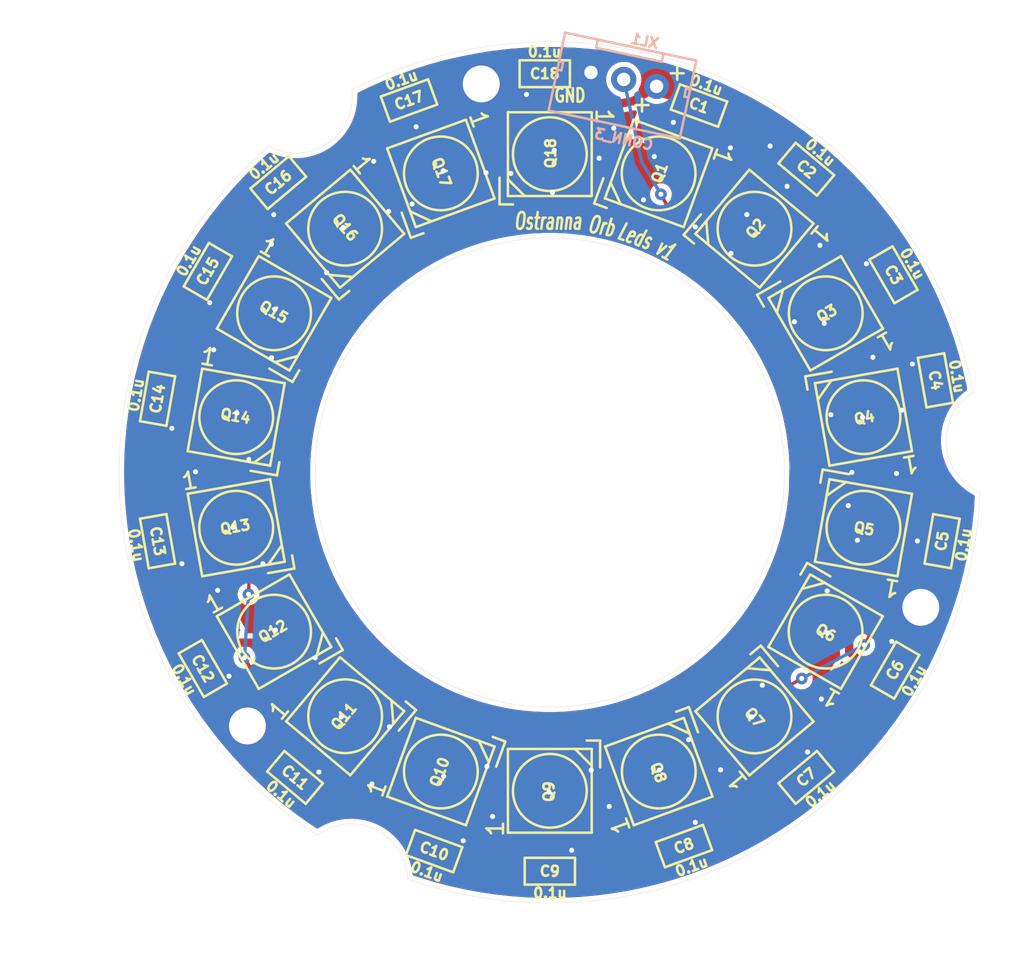
<source format=kicad_pcb>
(kicad_pcb (version 20200518) (host pcbnew "(5.99.0-1822-g1792479ca)")
  (layers (0 "F.Cu" signal) (31 "B.Cu" signal hide) (36 "B.SilkS" user hide) (37 "F.SilkS" user hide) (38 "B.Mask" user hide) (39 "F.Mask" user hide) (44 "Edge.Cuts" user))
  (net 0 "")
  (net 1 "GND")
  (net 2 "+5v")
  (net 3 "Net-(Q1-Pad2)")
  (net 4 "Net-(Q1-Pad4)")
  (net 5 "Net-(Q2-Pad2)")
  (net 6 "Net-(Q16-Pad2)")
  (net 7 "Net-(Q3-Pad2)")
  (net 8 "Net-(Q17-Pad2)")
  (net 9 "Net-(Q4-Pad2)")
  (net 10 "Net-(Q5-Pad2)")
  (net 11 "Net-(Q6-Pad2)")
  (net 12 "Net-(Q10-Pad4)")
  (net 13 "Net-(Q11-Pad4)")
  (net 14 "Net-(Q12-Pad4)")
  (net 15 "Net-(Q10-Pad2)")
  (net 16 "Net-(Q11-Pad2)")
  (net 17 "Net-(Q12-Pad2)")
  (net 18 "Net-(Q13-Pad2)")
  (net 19 "Net-(Q14-Pad2)")
  (net 20 "Net-(Q15-Pad2)")
  (module "LEDs:LED_WS2812B" (layer "F.Cu") (at 180 71 -90)
    (fp_text reference "Q18" (at -0.05 -0.05 -90) (layer "F.SilkS") (effects (font (size 0.6 0.6))))
    (fp_text value "LED_RGB_WS2812B" hide)
    (fp_text user "1" (at -2.25 -3.25 -90 unlocked) (layer "F.SilkS"))
    (pad "2" smd rect (at -2.3 1.6 270) (size 1.2 1.1) (layers "F.Cu" "F.Paste" "F.Mask"))
    (pad "1" smd rect (at -2.3 -1.6 270) (size 1.2 1.1) (layers "F.Cu" "F.Paste" "F.Mask") (net 2 "+5v"))
    (pad "3" smd rect (at 2.3 1.6 270) (size 1.2 1.1) (layers "F.Cu" "F.Paste" "F.Mask") (net 1 "GND"))
    (pad "4" smd rect (at 2.3 -1.6 270) (size 1.2 1.1) (layers "F.Cu" "F.Paste" "F.Mask") (net 20 "Net-(Q15-Pad2)"))
  )
  (module "LEDs:LED_WS2812B" (layer "F.Cu") (at 163.55 99.5 30)
    (fp_text reference "Q12" (at -0.05 -0.05 30) (layer "F.SilkS") (effects (font (size 0.6 0.6))))
    (fp_text value "LED_RGB_WS2812B" hide)
    (fp_text user "1" (at -2.25 -3.25 30 unlocked) (layer "F.SilkS"))
    (pad "2" smd rect (at -2.3 1.6 30) (size 1.2 1.1) (layers "F.Cu" "F.Paste" "F.Mask") (net 8 "Net-(Q17-Pad2)"))
    (pad "1" smd rect (at -2.3 -1.6 30) (size 1.2 1.1) (layers "F.Cu" "F.Paste" "F.Mask") (net 2 "+5v"))
    (pad "3" smd rect (at 2.3 1.6 30) (size 1.2 1.1) (layers "F.Cu" "F.Paste" "F.Mask") (net 1 "GND"))
    (pad "4" smd rect (at 2.3 -1.6 30) (size 1.2 1.1) (layers "F.Cu" "F.Paste" "F.Mask") (net 19 "Net-(Q14-Pad2)"))
  )
  (module "LEDs:LED_WS2812B" (layer "F.Cu") (at 196.45 99.5 150)
    (fp_text reference "Q6" (at -0.05 -0.05 150) (layer "F.SilkS") (effects (font (size 0.6 0.6))))
    (fp_text value "LED_RGB_WS2812B" hide)
    (fp_text user "1" (at -2.25 -3.25 150 unlocked) (layer "F.SilkS"))
    (pad "2" smd rect (at -2.3 1.6 150) (size 1.2 1.1) (layers "F.Cu" "F.Paste" "F.Mask") (net 6 "Net-(Q16-Pad2)"))
    (pad "1" smd rect (at -2.3 -1.6 150) (size 1.2 1.1) (layers "F.Cu" "F.Paste" "F.Mask") (net 2 "+5v"))
    (pad "3" smd rect (at 2.3 1.6 150) (size 1.2 1.1) (layers "F.Cu" "F.Paste" "F.Mask") (net 1 "GND"))
    (pad "4" smd rect (at 2.3 -1.6 150) (size 1.2 1.1) (layers "F.Cu" "F.Paste" "F.Mask") (net 18 "Net-(Q13-Pad2)"))
  )
  (module "LEDs:LED_WS2812B" (layer "F.Cu") (at 173.5 72.15 -70)
    (fp_text reference "Q17" (at -0.05 -0.05 -70) (layer "F.SilkS") (effects (font (size 0.6 0.6))))
    (fp_text value "LED_RGB_WS2812B" hide)
    (fp_text user "1" (at -2.25 -3.25 -70 unlocked) (layer "F.SilkS"))
    (pad "2" smd rect (at -2.3 1.6 290) (size 1.2 1.1) (layers "F.Cu" "F.Paste" "F.Mask") (net 20 "Net-(Q15-Pad2)"))
    (pad "1" smd rect (at -2.3 -1.6 290) (size 1.2 1.1) (layers "F.Cu" "F.Paste" "F.Mask") (net 2 "+5v"))
    (pad "3" smd rect (at 2.3 1.6 290) (size 1.2 1.1) (layers "F.Cu" "F.Paste" "F.Mask") (net 1 "GND"))
    (pad "4" smd rect (at 2.3 -1.6 290) (size 1.2 1.1) (layers "F.Cu" "F.Paste" "F.Mask") (net 17 "Net-(Q12-Pad2)"))
  )
  (module "LEDs:LED_WS2812B" (layer "F.Cu") (at 167.79 104.55 50)
    (fp_text reference "Q11" (at -0.05 -0.05 50) (layer "F.SilkS") (effects (font (size 0.6 0.6))))
    (fp_text value "LED_RGB_WS2812B" hide)
    (fp_text user "1" (at -2.25 -3.25 50 unlocked) (layer "F.SilkS"))
    (pad "2" smd rect (at -2.3 1.6 50) (size 1.2 1.1) (layers "F.Cu" "F.Paste" "F.Mask") (net 19 "Net-(Q14-Pad2)"))
    (pad "1" smd rect (at -2.3 -1.6 50) (size 1.2 1.1) (layers "F.Cu" "F.Paste" "F.Mask") (net 2 "+5v"))
    (pad "3" smd rect (at 2.3 1.6 50) (size 1.2 1.1) (layers "F.Cu" "F.Paste" "F.Mask") (net 1 "GND"))
    (pad "4" smd rect (at 2.3 -1.6 50) (size 1.2 1.1) (layers "F.Cu" "F.Paste" "F.Mask") (net 16 "Net-(Q11-Pad2)"))
  )
  (module "LEDs:LED_WS2812B" (layer "F.Cu") (at 198.71 93.3 170)
    (fp_text reference "Q5" (at -0.05 -0.05 170) (layer "F.SilkS") (effects (font (size 0.6 0.6))))
    (fp_text value "LED_RGB_WS2812B" hide)
    (fp_text user "1" (at -2.25 -3.25 170 unlocked) (layer "F.SilkS"))
    (pad "2" smd rect (at -2.3 1.6 170) (size 1.2 1.1) (layers "F.Cu" "F.Paste" "F.Mask") (net 18 "Net-(Q13-Pad2)"))
    (pad "1" smd rect (at -2.3 -1.6 170) (size 1.2 1.1) (layers "F.Cu" "F.Paste" "F.Mask") (net 2 "+5v"))
    (pad "3" smd rect (at 2.3 1.6 170) (size 1.2 1.1) (layers "F.Cu" "F.Paste" "F.Mask") (net 1 "GND"))
    (pad "4" smd rect (at 2.3 -1.6 170) (size 1.2 1.1) (layers "F.Cu" "F.Paste" "F.Mask") (net 15 "Net-(Q10-Pad2)"))
  )
  (module "LEDs:LED_WS2812B" (layer "F.Cu") (at 167.79 75.45 -50)
    (fp_text reference "Q16" (at -0.05 -0.05 -50) (layer "F.SilkS") (effects (font (size 0.6 0.6))))
    (fp_text value "LED_RGB_WS2812B" hide)
    (fp_text user "1" (at -2.25 -3.25 -50 unlocked) (layer "F.SilkS"))
    (pad "2" smd rect (at -2.3 1.6 310) (size 1.2 1.1) (layers "F.Cu" "F.Paste" "F.Mask") (net 17 "Net-(Q12-Pad2)"))
    (pad "1" smd rect (at -2.3 -1.6 310) (size 1.2 1.1) (layers "F.Cu" "F.Paste" "F.Mask") (net 2 "+5v"))
    (pad "3" smd rect (at 2.3 1.6 310) (size 1.2 1.1) (layers "F.Cu" "F.Paste" "F.Mask") (net 1 "GND"))
    (pad "4" smd rect (at 2.3 -1.6 310) (size 1.2 1.1) (layers "F.Cu" "F.Paste" "F.Mask") (net 14 "Net-(Q12-Pad4)"))
  )
  (module "LEDs:LED_WS2812B" (layer "F.Cu") (at 173.5 107.85 70)
    (fp_text reference "Q10" (at -0.05 -0.05 70) (layer "F.SilkS") (effects (font (size 0.6 0.6))))
    (fp_text value "LED_RGB_WS2812B" hide)
    (fp_text user "1" (at -2.25 -3.25 70 unlocked) (layer "F.SilkS"))
    (pad "2" smd rect (at -2.3 1.6 70) (size 1.2 1.1) (layers "F.Cu" "F.Paste" "F.Mask") (net 16 "Net-(Q11-Pad2)"))
    (pad "1" smd rect (at -2.3 -1.6 70) (size 1.2 1.1) (layers "F.Cu" "F.Paste" "F.Mask") (net 2 "+5v"))
    (pad "3" smd rect (at 2.3 1.6 70) (size 1.2 1.1) (layers "F.Cu" "F.Paste" "F.Mask") (net 1 "GND"))
    (pad "4" smd rect (at 2.3 -1.6 70) (size 1.2 1.1) (layers "F.Cu" "F.Paste" "F.Mask") (net 13 "Net-(Q11-Pad4)"))
  )
  (module "LEDs:LED_WS2812B" (layer "F.Cu") (at 198.71 86.7 -170)
    (fp_text reference "Q4" (at -0.05 -0.05 -170) (layer "F.SilkS") (effects (font (size 0.6 0.6))))
    (fp_text value "LED_RGB_WS2812B" hide)
    (fp_text user "1" (at -2.25 -3.25 -170 unlocked) (layer "F.SilkS"))
    (pad "2" smd rect (at -2.3 1.6 190) (size 1.2 1.1) (layers "F.Cu" "F.Paste" "F.Mask") (net 15 "Net-(Q10-Pad2)"))
    (pad "1" smd rect (at -2.3 -1.6 190) (size 1.2 1.1) (layers "F.Cu" "F.Paste" "F.Mask") (net 2 "+5v"))
    (pad "3" smd rect (at 2.3 1.6 190) (size 1.2 1.1) (layers "F.Cu" "F.Paste" "F.Mask") (net 1 "GND"))
    (pad "4" smd rect (at 2.3 -1.6 190) (size 1.2 1.1) (layers "F.Cu" "F.Paste" "F.Mask") (net 12 "Net-(Q10-Pad4)"))
  )
  (module "LEDs:LED_WS2812B" (layer "F.Cu") (at 163.55 80.5 -30)
    (fp_text reference "Q15" (at -0.05 -0.05 -30) (layer "F.SilkS") (effects (font (size 0.6 0.6))))
    (fp_text value "LED_RGB_WS2812B" hide)
    (fp_text user "1" (at -2.25 -3.25 -30 unlocked) (layer "F.SilkS"))
    (pad "2" smd rect (at -2.3 1.6 330) (size 1.2 1.1) (layers "F.Cu" "F.Paste" "F.Mask") (net 14 "Net-(Q12-Pad4)"))
    (pad "1" smd rect (at -2.3 -1.6 330) (size 1.2 1.1) (layers "F.Cu" "F.Paste" "F.Mask") (net 2 "+5v"))
    (pad "3" smd rect (at 2.3 1.6 330) (size 1.2 1.1) (layers "F.Cu" "F.Paste" "F.Mask") (net 1 "GND"))
    (pad "4" smd rect (at 2.3 -1.6 330) (size 1.2 1.1) (layers "F.Cu" "F.Paste" "F.Mask") (net 11 "Net-(Q6-Pad2)"))
  )
  (module "LEDs:LED_WS2812B" (layer "F.Cu") (at 180 109 90)
    (fp_text reference "Q9" (at -0.05 -0.05 90) (layer "F.SilkS") (effects (font (size 0.6 0.6))))
    (fp_text value "LED_RGB_WS2812B" hide)
    (fp_text user "1" (at -2.25 -3.25 90 unlocked) (layer "F.SilkS"))
    (pad "2" smd rect (at -2.3 1.6 90) (size 1.2 1.1) (layers "F.Cu" "F.Paste" "F.Mask") (net 13 "Net-(Q11-Pad4)"))
    (pad "1" smd rect (at -2.3 -1.6 90) (size 1.2 1.1) (layers "F.Cu" "F.Paste" "F.Mask") (net 2 "+5v"))
    (pad "3" smd rect (at 2.3 1.6 90) (size 1.2 1.1) (layers "F.Cu" "F.Paste" "F.Mask") (net 1 "GND"))
    (pad "4" smd rect (at 2.3 -1.6 90) (size 1.2 1.1) (layers "F.Cu" "F.Paste" "F.Mask") (net 10 "Net-(Q5-Pad2)"))
  )
  (module "LEDs:LED_WS2812B" (layer "F.Cu") (at 196.46 80.5 -150)
    (fp_text reference "Q3" (at -0.05 -0.05 -150) (layer "F.SilkS") (effects (font (size 0.6 0.6))))
    (fp_text value "LED_RGB_WS2812B" hide)
    (fp_text user "1" (at -2.25 -3.25 -150 unlocked) (layer "F.SilkS"))
    (pad "2" smd rect (at -2.3 1.6 210) (size 1.2 1.1) (layers "F.Cu" "F.Paste" "F.Mask") (net 12 "Net-(Q10-Pad4)"))
    (pad "1" smd rect (at -2.3 -1.6 210) (size 1.2 1.1) (layers "F.Cu" "F.Paste" "F.Mask") (net 2 "+5v"))
    (pad "3" smd rect (at 2.3 1.6 210) (size 1.2 1.1) (layers "F.Cu" "F.Paste" "F.Mask") (net 1 "GND"))
    (pad "4" smd rect (at 2.3 -1.6 210) (size 1.2 1.1) (layers "F.Cu" "F.Paste" "F.Mask") (net 9 "Net-(Q4-Pad2)"))
  )
  (module "LEDs:LED_WS2812B" (layer "F.Cu") (at 161.29 86.7 -10)
    (fp_text reference "Q14" (at -0.05 -0.05 -10) (layer "F.SilkS") (effects (font (size 0.6 0.6))))
    (fp_text value "LED_RGB_WS2812B" hide)
    (fp_text user "1" (at -2.25 -3.25 -10 unlocked) (layer "F.SilkS"))
    (pad "2" smd rect (at -2.3 1.6 350) (size 1.2 1.1) (layers "F.Cu" "F.Paste" "F.Mask") (net 11 "Net-(Q6-Pad2)"))
    (pad "1" smd rect (at -2.3 -1.6 350) (size 1.2 1.1) (layers "F.Cu" "F.Paste" "F.Mask") (net 2 "+5v"))
    (pad "3" smd rect (at 2.3 1.6 350) (size 1.2 1.1) (layers "F.Cu" "F.Paste" "F.Mask") (net 1 "GND"))
    (pad "4" smd rect (at 2.3 -1.6 350) (size 1.2 1.1) (layers "F.Cu" "F.Paste" "F.Mask") (net 7 "Net-(Q3-Pad2)"))
  )
  (module "LEDs:LED_WS2812B" (layer "F.Cu") (at 186.5 107.85 110)
    (fp_text reference "Q8" (at -0.05 -0.05 110) (layer "F.SilkS") (effects (font (size 0.6 0.6))))
    (fp_text value "LED_RGB_WS2812B" hide)
    (fp_text user "1" (at -2.25 -3.25 110 unlocked) (layer "F.SilkS"))
    (pad "2" smd rect (at -2.3 1.6 110) (size 1.2 1.1) (layers "F.Cu" "F.Paste" "F.Mask") (net 10 "Net-(Q5-Pad2)"))
    (pad "1" smd rect (at -2.3 -1.6 110) (size 1.2 1.1) (layers "F.Cu" "F.Paste" "F.Mask") (net 2 "+5v"))
    (pad "3" smd rect (at 2.3 1.6 110) (size 1.2 1.1) (layers "F.Cu" "F.Paste" "F.Mask") (net 1 "GND"))
    (pad "4" smd rect (at 2.3 -1.6 110) (size 1.2 1.1) (layers "F.Cu" "F.Paste" "F.Mask") (net 5 "Net-(Q2-Pad2)"))
  )
  (module "LEDs:LED_WS2812B" (layer "F.Cu") (at 192.21 75.45 -130)
    (fp_text reference "Q2" (at -0.05 -0.05 -130) (layer "F.SilkS") (effects (font (size 0.6 0.6))))
    (fp_text value "LED_RGB_WS2812B" hide)
    (fp_text user "1" (at -2.25 -3.25 -130 unlocked) (layer "F.SilkS"))
    (pad "2" smd rect (at -2.3 1.6 230) (size 1.2 1.1) (layers "F.Cu" "F.Paste" "F.Mask") (net 9 "Net-(Q4-Pad2)"))
    (pad "1" smd rect (at -2.3 -1.6 230) (size 1.2 1.1) (layers "F.Cu" "F.Paste" "F.Mask") (net 2 "+5v"))
    (pad "3" smd rect (at 2.3 1.6 230) (size 1.2 1.1) (layers "F.Cu" "F.Paste" "F.Mask") (net 1 "GND"))
    (pad "4" smd rect (at 2.3 -1.6 230) (size 1.2 1.1) (layers "F.Cu" "F.Paste" "F.Mask") (net 3 "Net-(Q1-Pad2)"))
  )
  (module "LEDs:LED_WS2812B" (layer "F.Cu") (at 161.29 93.3 10)
    (fp_text reference "Q13" (at -0.05 -0.05 10) (layer "F.SilkS") (effects (font (size 0.6 0.6))))
    (fp_text value "LED_RGB_WS2812B" hide)
    (fp_text user "1" (at -2.25 -3.25 10 unlocked) (layer "F.SilkS"))
    (pad "2" smd rect (at -2.3 1.6 10) (size 1.2 1.1) (layers "F.Cu" "F.Paste" "F.Mask") (net 7 "Net-(Q3-Pad2)"))
    (pad "1" smd rect (at -2.3 -1.6 10) (size 1.2 1.1) (layers "F.Cu" "F.Paste" "F.Mask") (net 2 "+5v"))
    (pad "3" smd rect (at 2.3 1.6 10) (size 1.2 1.1) (layers "F.Cu" "F.Paste" "F.Mask") (net 1 "GND"))
    (pad "4" smd rect (at 2.3 -1.6 10) (size 1.2 1.1) (layers "F.Cu" "F.Paste" "F.Mask") (net 8 "Net-(Q17-Pad2)"))
  )
  (module "LEDs:LED_WS2812B" (layer "F.Cu") (at 192.21 104.56 130)
    (fp_text reference "Q7" (at -0.05 -0.05 130) (layer "F.SilkS") (effects (font (size 0.6 0.6))))
    (fp_text value "LED_RGB_WS2812B" hide)
    (fp_text user "1" (at -2.25 -3.25 130 unlocked) (layer "F.SilkS"))
    (pad "2" smd rect (at -2.3 1.6 130) (size 1.2 1.1) (layers "F.Cu" "F.Paste" "F.Mask") (net 5 "Net-(Q2-Pad2)"))
    (pad "1" smd rect (at -2.3 -1.6 130) (size 1.2 1.1) (layers "F.Cu" "F.Paste" "F.Mask") (net 2 "+5v"))
    (pad "3" smd rect (at 2.3 1.6 130) (size 1.2 1.1) (layers "F.Cu" "F.Paste" "F.Mask") (net 1 "GND"))
    (pad "4" smd rect (at 2.3 -1.6 130) (size 1.2 1.1) (layers "F.Cu" "F.Paste" "F.Mask") (net 6 "Net-(Q16-Pad2)"))
  )
  (module "LEDs:LED_WS2812B" (layer "F.Cu") (at 186.49 72.15 -110)
    (fp_text reference "Q1" (at -0.05 -0.05 -110) (layer "F.SilkS") (effects (font (size 0.6 0.6))))
    (fp_text value "LED_RGB_WS2812B" hide)
    (fp_text user "1" (at -2.25 -3.25 -110 unlocked) (layer "F.SilkS"))
    (pad "2" smd rect (at -2.3 1.6 250) (size 1.2 1.1) (layers "F.Cu" "F.Paste" "F.Mask") (net 3 "Net-(Q1-Pad2)"))
    (pad "1" smd rect (at -2.3 -1.6 250) (size 1.2 1.1) (layers "F.Cu" "F.Paste" "F.Mask") (net 2 "+5v"))
    (pad "3" smd rect (at 2.3 1.6 250) (size 1.2 1.1) (layers "F.Cu" "F.Paste" "F.Mask") (net 1 "GND"))
    (pad "4" smd rect (at 2.3 -1.6 250) (size 1.2 1.1) (layers "F.Cu" "F.Paste" "F.Mask") (net 4 "Net-(Q1-Pad4)"))
  )
  (module "PCB:Hole2d2_out3d5mm" (layer "F.Cu") (at 161.96 105.13)
    (fp_text reference "HOLE3" hide)
    (fp_text value "HOLE_METALLED" hide)
    (pad "H" thru_hole circle (at 0 0) (size 3.5 3.5) (drill 2.2) (layers *.Cu *.Mask) (net 1 "GND"))
  )
  (module "PCB:Hole2d2_out3d5mm" (layer "F.Cu") (at 175.91 66.81)
    (fp_text reference "HOLE2" hide)
    (fp_text value "HOLE_METALLED" hide)
    (pad "H" thru_hole circle (at 0 0) (size 3.5 3.5) (drill 2.2) (layers *.Cu *.Mask) (net 1 "GND"))
  )
  (module "PCB:Hole2d2_out3d5mm" (layer "F.Cu") (at 202.13 98.05)
    (fp_text reference "HOLE1" hide)
    (fp_text value "HOLE_METALLED" hide)
    (pad "H" thru_hole circle (at 0 0) (size 3.5 3.5) (drill 2.2) (layers *.Cu *.Mask) (net 1 "GND"))
  )
  (module "Connectors:WB-03(MW-3M)" (layer "B.Cu") (at 184.41 66.54 -12)
    (fp_text reference "XL1" (at 0.75 -2.5 168) (layer "B.SilkS") (effects (font (size 0.6 0.6)) (justify mirror)))
    (fp_text value "CONN_3" (at 0.75 3.5 168) (layer "B.SilkS") (effects (font (size 0.6 0.6)) (justify mirror)))
    (pad "3" thru_hole circle (at 2 0 348) (size 1.5 1.5) (drill 0.8) (layers *.Cu *.Mask) (net 2 "+5v"))
    (pad "2" thru_hole circle (at 0 0 348) (size 1.5 1.5) (drill 0.8) (layers *.Cu *.Mask) (net 4 "Net-(Q1-Pad4)"))
    (pad "1" thru_hole rect (at -2 0 348) (size 1.5 1.5) (drill 0.8) (layers *.Cu *.Mask) (net 1 "GND"))
  )
  (module "Capacitors:CAP_0603_Silks" (layer "F.Cu") (at 179.7 66.2 180)
    (fp_text reference "C18" (at 0 0) (layer "F.SilkS") (effects (font (size 0.6 0.6))))
    (fp_text value "0.1u" (at 0.011396 1.303049) (layer "F.SilkS") (effects (font (size 0.6 0.6))))
    (pad "2" smd rect (at 0.762 0 180) (size 0.889 1.016) (layers "F.Cu" "F.Paste" "F.Mask") (net 1 "GND"))
    (pad "1" smd rect (at -0.762 0 180) (size 0.889 1.016) (layers "F.Cu" "F.Paste" "F.Mask") (net 2 "+5v"))
  )
  (module "Capacitors:CAP_0603_Silks" (layer "F.Cu") (at 159.3 101.7 -60)
    (fp_text reference "C12" (at 0 0 120) (layer "F.SilkS") (effects (font (size 0.6 0.6))))
    (fp_text value "0.1u" (at 0.011396 1.303049 120) (layer "F.SilkS") (effects (font (size 0.6 0.6))))
    (pad "2" smd rect (at 0.762 0 300) (size 0.889 1.016) (layers "F.Cu" "F.Paste" "F.Mask") (net 1 "GND"))
    (pad "1" smd rect (at -0.762 0 300) (size 0.889 1.016) (layers "F.Cu" "F.Paste" "F.Mask") (net 2 "+5v"))
  )
  (module "Capacitors:CAP_0603_Silks" (layer "F.Cu") (at 200.6 101.8 60)
    (fp_text reference "C6" (at 0 0 60) (layer "F.SilkS") (effects (font (size 0.6 0.6))))
    (fp_text value "0.1u" (at 0.011396 1.303049 60) (layer "F.SilkS") (effects (font (size 0.6 0.6))))
    (pad "2" smd rect (at 0.762 0 60) (size 0.889 1.016) (layers "F.Cu" "F.Paste" "F.Mask") (net 1 "GND"))
    (pad "1" smd rect (at -0.762 0 60) (size 0.889 1.016) (layers "F.Cu" "F.Paste" "F.Mask") (net 2 "+5v"))
  )
  (module "Capacitors:CAP_0603_Silks" (layer "F.Cu") (at 171.6 67.8 -160)
    (fp_text reference "C17" (at 0 0 20) (layer "F.SilkS") (effects (font (size 0.6 0.6))))
    (fp_text value "0.1u" (at 0.011396 1.303049 20) (layer "F.SilkS") (effects (font (size 0.6 0.6))))
    (pad "2" smd rect (at 0.762 0 200) (size 0.889 1.016) (layers "F.Cu" "F.Paste" "F.Mask") (net 1 "GND"))
    (pad "1" smd rect (at -0.762 0 200) (size 0.889 1.016) (layers "F.Cu" "F.Paste" "F.Mask") (net 2 "+5v"))
  )
  (module "Capacitors:CAP_0603_Silks" (layer "F.Cu") (at 164.8 108.2 -40)
    (fp_text reference "C11" (at 0 0 140) (layer "F.SilkS") (effects (font (size 0.6 0.6))))
    (fp_text value "0.1u" (at 0.011396 1.303049 140) (layer "F.SilkS") (effects (font (size 0.6 0.6))))
    (pad "2" smd rect (at 0.762 0 320) (size 0.889 1.016) (layers "F.Cu" "F.Paste" "F.Mask") (net 1 "GND"))
    (pad "1" smd rect (at -0.762 0 320) (size 0.889 1.016) (layers "F.Cu" "F.Paste" "F.Mask") (net 2 "+5v"))
  )
  (module "Capacitors:CAP_0603_Silks" (layer "F.Cu") (at 203.4 94.1 80)
    (fp_text reference "C5" (at 0 0 80) (layer "F.SilkS") (effects (font (size 0.6 0.6))))
    (fp_text value "0.1u" (at 0.011396 1.303049 80) (layer "F.SilkS") (effects (font (size 0.6 0.6))))
    (pad "2" smd rect (at 0.762 0 80) (size 0.889 1.016) (layers "F.Cu" "F.Paste" "F.Mask") (net 1 "GND"))
    (pad "1" smd rect (at -0.762 0 80) (size 0.889 1.016) (layers "F.Cu" "F.Paste" "F.Mask") (net 2 "+5v"))
  )
  (module "Capacitors:CAP_0603_Silks" (layer "F.Cu") (at 163.8 72.7 -140)
    (fp_text reference "C16" (at 0 0 40) (layer "F.SilkS") (effects (font (size 0.6 0.6))))
    (fp_text value "0.1u" (at 0.011396 1.303049 40) (layer "F.SilkS") (effects (font (size 0.6 0.6))))
    (pad "2" smd rect (at 0.762 0 220) (size 0.889 1.016) (layers "F.Cu" "F.Paste" "F.Mask") (net 1 "GND"))
    (pad "1" smd rect (at -0.762 0 220) (size 0.889 1.016) (layers "F.Cu" "F.Paste" "F.Mask") (net 2 "+5v"))
  )
  (module "Capacitors:CAP_0603_Silks" (layer "F.Cu") (at 173.1 112.6 -20)
    (fp_text reference "C10" (at 0 0 160) (layer "F.SilkS") (effects (font (size 0.6 0.6))))
    (fp_text value "0.1u" (at 0.011396 1.303049 160) (layer "F.SilkS") (effects (font (size 0.6 0.6))))
    (pad "2" smd rect (at 0.762 0 340) (size 0.889 1.016) (layers "F.Cu" "F.Paste" "F.Mask") (net 1 "GND"))
    (pad "1" smd rect (at -0.762 0 340) (size 0.889 1.016) (layers "F.Cu" "F.Paste" "F.Mask") (net 2 "+5v"))
  )
  (module "Capacitors:CAP_0603_Silks" (layer "F.Cu") (at 203 84.5 100)
    (fp_text reference "C4" (at 0 0 100) (layer "F.SilkS") (effects (font (size 0.6 0.6))))
    (fp_text value "0.1u" (at 0.011396 1.303049 100) (layer "F.SilkS") (effects (font (size 0.6 0.6))))
    (pad "2" smd rect (at 0.762 0 100) (size 0.889 1.016) (layers "F.Cu" "F.Paste" "F.Mask") (net 1 "GND"))
    (pad "1" smd rect (at -0.762 0 100) (size 0.889 1.016) (layers "F.Cu" "F.Paste" "F.Mask") (net 2 "+5v"))
  )
  (module "Capacitors:CAP_0603_Silks" (layer "F.Cu") (at 159.6 78 -120)
    (fp_text reference "C15" (at 0 0 60) (layer "F.SilkS") (effects (font (size 0.6 0.6))))
    (fp_text value "0.1u" (at 0.011396 1.303049 60) (layer "F.SilkS") (effects (font (size 0.6 0.6))))
    (pad "2" smd rect (at 0.762 0 240) (size 0.889 1.016) (layers "F.Cu" "F.Paste" "F.Mask") (net 1 "GND"))
    (pad "1" smd rect (at -0.762 0 240) (size 0.889 1.016) (layers "F.Cu" "F.Paste" "F.Mask") (net 2 "+5v"))
  )
  (module "Capacitors:CAP_0603_Silks" (layer "F.Cu") (at 180 113.8)
    (fp_text reference "C9" (at 0 0) (layer "F.SilkS") (effects (font (size 0.6 0.6))))
    (fp_text value "0.1u" (at 0.011396 1.303049) (layer "F.SilkS") (effects (font (size 0.6 0.6))))
    (pad "2" smd rect (at 0.762 0) (size 0.889 1.016) (layers "F.Cu" "F.Paste" "F.Mask") (net 1 "GND"))
    (pad "1" smd rect (at -0.762 0) (size 0.889 1.016) (layers "F.Cu" "F.Paste" "F.Mask") (net 2 "+5v"))
  )
  (module "Capacitors:CAP_0603_Silks" (layer "F.Cu") (at 200.5 78.2 120)
    (fp_text reference "C3" (at 0 0 120) (layer "F.SilkS") (effects (font (size 0.6 0.6))))
    (fp_text value "0.1u" (at 0.011396 1.303049 120) (layer "F.SilkS") (effects (font (size 0.6 0.6))))
    (pad "2" smd rect (at 0.762 0 120) (size 0.889 1.016) (layers "F.Cu" "F.Paste" "F.Mask") (net 1 "GND"))
    (pad "1" smd rect (at -0.762 0 120) (size 0.889 1.016) (layers "F.Cu" "F.Paste" "F.Mask") (net 2 "+5v"))
  )
  (module "Capacitors:CAP_0603_Silks" (layer "F.Cu") (at 156.6 85.6 -100)
    (fp_text reference "C14" (at 0 0 80) (layer "F.SilkS") (effects (font (size 0.6 0.6))))
    (fp_text value "0.1u" (at 0.011396 1.303049 80) (layer "F.SilkS") (effects (font (size 0.6 0.6))))
    (pad "2" smd rect (at 0.762 0 260) (size 0.889 1.016) (layers "F.Cu" "F.Paste" "F.Mask") (net 1 "GND"))
    (pad "1" smd rect (at -0.762 0 260) (size 0.889 1.016) (layers "F.Cu" "F.Paste" "F.Mask") (net 2 "+5v"))
  )
  (module "Capacitors:CAP_0603_Silks" (layer "F.Cu") (at 188 112.3 20)
    (fp_text reference "C8" (at 0 0 20) (layer "F.SilkS") (effects (font (size 0.6 0.6))))
    (fp_text value "0.1u" (at 0.011396 1.303049 20) (layer "F.SilkS") (effects (font (size 0.6 0.6))))
    (pad "2" smd rect (at 0.762 0 20) (size 0.889 1.016) (layers "F.Cu" "F.Paste" "F.Mask") (net 1 "GND"))
    (pad "1" smd rect (at -0.762 0 20) (size 0.889 1.016) (layers "F.Cu" "F.Paste" "F.Mask") (net 2 "+5v"))
  )
  (module "Capacitors:CAP_0603_Silks" (layer "F.Cu") (at 195.3 71.9 140)
    (fp_text reference "C2" (at 0 0 140) (layer "F.SilkS") (effects (font (size 0.6 0.6))))
    (fp_text value "0.1u" (at 0.011396 1.303049 140) (layer "F.SilkS") (effects (font (size 0.6 0.6))))
    (pad "2" smd rect (at 0.762 0 140) (size 0.889 1.016) (layers "F.Cu" "F.Paste" "F.Mask") (net 1 "GND"))
    (pad "1" smd rect (at -0.762 0 140) (size 0.889 1.016) (layers "F.Cu" "F.Paste" "F.Mask") (net 2 "+5v"))
  )
  (module "Capacitors:CAP_0603_Silks" (layer "F.Cu") (at 156.6 94.1 -80)
    (fp_text reference "C13" (at 0 0 100) (layer "F.SilkS") (effects (font (size 0.6 0.6))))
    (fp_text value "0.1u" (at 0.011396 1.303049 100) (layer "F.SilkS") (effects (font (size 0.6 0.6))))
    (pad "2" smd rect (at 0.762 0 280) (size 0.889 1.016) (layers "F.Cu" "F.Paste" "F.Mask") (net 1 "GND"))
    (pad "1" smd rect (at -0.762 0 280) (size 0.889 1.016) (layers "F.Cu" "F.Paste" "F.Mask") (net 2 "+5v"))
  )
  (module "Capacitors:CAP_0603_Silks" (layer "F.Cu") (at 195.3 108.2 40)
    (fp_text reference "C7" (at 0 0 40) (layer "F.SilkS") (effects (font (size 0.6 0.6))))
    (fp_text value "0.1u" (at 0.011396 1.303049 40) (layer "F.SilkS") (effects (font (size 0.6 0.6))))
    (pad "2" smd rect (at 0.762 0 40) (size 0.889 1.016) (layers "F.Cu" "F.Paste" "F.Mask") (net 1 "GND"))
    (pad "1" smd rect (at -0.762 0 40) (size 0.889 1.016) (layers "F.Cu" "F.Paste" "F.Mask") (net 2 "+5v"))
  )
  (module "Capacitors:CAP_0603_Silks" (layer "F.Cu") (at 188.9 68.1 160)
    (fp_text reference "C1" (at 0 0 160) (layer "F.SilkS") (effects (font (size 0.6 0.6))))
    (fp_text value "0.1u" (at 0.011396 1.303049 160) (layer "F.SilkS") (effects (font (size 0.6 0.6))))
    (pad "2" smd rect (at 0.762 0 160) (size 0.889 1.016) (layers "F.Cu" "F.Paste" "F.Mask") (net 1 "GND"))
    (pad "1" smd rect (at -0.762 0 160) (size 0.889 1.016) (layers "F.Cu" "F.Paste" "F.Mask") (net 2 "+5v"))
  )
  (gr_text "v1" (at 186.9 76.7 330) (layer "F.SilkS") (effects (font (size 1 0.6) (thickness 0.15) italic)))
  (gr_text "Leds" (at 185.1 75.9 340) (layer "F.SilkS") (effects (font (size 1 0.6) (thickness 0.15) italic)))
  (gr_text "Orb" (at 183.1 75.3 350) (layer "F.SilkS") (effects (font (size 1 0.6) (thickness 0.15) italic)))
  (gr_text "Ostranna" (at 179.9 75) (layer "F.SilkS") (effects (font (size 1 0.6) (thickness 0.15) italic)))
  (gr_text "GND" (at 181.2 67.5) (layer "F.SilkS") (effects (font (size 0.8 0.6))))
  (gr_text "+" (at 185.5 68) (layer "F.SilkS") (effects (font (size 1 1))))
  (gr_text "+" (at 187.6 66.1) (layer "F.SilkS") (effects (font (size 1 1))))
  (gr_arc (start 164.838799 67.563378) (end 163.223476 70.531095) (angle -125.2) (layer "Edge.Cuts") (width 0.02))
  (gr_arc (start 180 90) (end 163.223476 70.531095) (angle -106.6) (layer "Edge.Cuts") (width 0.02))
  (gr_arc (start 168.149915 114.348295) (end 171.527695 114.263348) (angle -125.2) (layer "Edge.Cuts") (width 0.02))
  (gr_arc (start 180 90) (end 171.527695 114.263348) (angle -106.6) (layer "Edge.Cuts") (width 0.02))
  (gr_arc (start 207.011284 88.088326) (end 205.248827 85.205556) (angle -125.2) (layer "Edge.Cuts") (width 0.02))
  (gr_arc (start 180 90) (end 205.248827 85.205556) (angle -106.6) (layer "Edge.Cuts") (width 0.02))
  (gr_circle (center 180 90) (end 194 90) (layer "Edge.Cuts") (width 0.02))
  (segment (start 181.15 72.8) (end 181.6 73.3) (width 0.2) (layer "F.Cu") (net 20))
  (segment (start 181.15 72.7) (end 181.15 72.8) (width 0.2) (layer "F.Cu") (net 20))
  (segment (start 181.15 72.6586) (end 181.15 72.7) (width 0.2) (layer "F.Cu") (net 20))
  (segment (start 181.0914 72.6) (end 181.15 72.6586) (width 0.2) (layer "F.Cu") (net 20))
  (segment (start 178.3471 71.4998) (end 181.0914 72.6) (width 0.2) (layer "F.Cu") (net 20))
  (segment (start 177.986 71.3995) (end 178.3471 71.4998) (width 0.2) (layer "F.Cu") (net 20))
  (segment (start 171.9707 70.8176) (end 177.986 71.3995) (width 0.2) (layer "F.Cu") (net 20))
  (segment (start 171.8971 70.8161) (end 171.9707 70.8176) (width 0.2) (layer "F.Cu") (net 20))
  (segment (start 171.8031 70.8503) (end 171.8971 70.8161) (width 0.2) (layer "F.Cu") (net 20))
  (segment (start 171.2098 70.5359) (end 171.8031 70.8503) (width 0.2) (layer "F.Cu") (net 20))
  (segment (start 164.5322 97.6011) (end 164.7419 96.9644) (width 0.2) (layer "F.Cu") (net 19))
  (segment (start 164.4456 97.6511) (end 164.5322 97.6011) (width 0.2) (layer "F.Cu") (net 19))
  (segment (start 164.4009 97.7008) (end 164.4456 97.6511) (width 0.2) (layer "F.Cu") (net 19))
  (segment (start 164.4009 97.7806) (end 164.4009 97.7008) (width 0.2) (layer "F.Cu") (net 19))
  (segment (start 165.2534 101.3742) (end 164.4009 97.7806) (width 0.2) (layer "F.Cu") (net 19))
  (segment (start 167.402 106.5685) (end 165.2534 101.3742) (width 0.2) (layer "F.Cu") (net 19))
  (segment (start 167.4355 106.606) (end 167.402 106.5685) (width 0.2) (layer "F.Cu") (net 19))
  (segment (start 167.5121 106.6703) (end 167.4355 106.606) (width 0.2) (layer "F.Cu") (net 19))
  (segment (start 167.5373 107.3404) (end 167.5121 106.6703) (width 0.2) (layer "F.Cu") (net 19))
  (segment (start 200.6864 92.4807) (end 201.2529 92.1237) (width 0.2) (layer "F.Cu") (net 18))
  (segment (start 200.669 92.5792) (end 200.6864 92.4807) (width 0.2) (layer "F.Cu") (net 18))
  (segment (start 200.665 92.602) (end 200.669 92.5792) (width 0.2) (layer "F.Cu") (net 18))
  (segment (start 197.2957 97.3848) (end 200.665 92.602) (width 0.2) (layer "F.Cu") (net 18))
  (segment (start 196.8563 97.8242) (end 197.2957 97.3848) (width 0.2) (layer "F.Cu") (net 18))
  (segment (start 194.4128 99.4629) (end 196.8563 97.8242) (width 0.2) (layer "F.Cu") (net 18))
  (segment (start 194.3631 99.5076) (end 194.4128 99.4629) (width 0.2) (layer "F.Cu") (net 18))
  (segment (start 194.3131 99.5942) (end 194.3631 99.5076) (width 0.2) (layer "F.Cu") (net 18))
  (segment (start 193.6581 99.7356) (end 194.3131 99.5942) (width 0.2) (layer "F.Cu") (net 18))
  (segment (start 175.1979 73.4477) (end 175.7902 73.7641) (width 0.2) (layer "F.Cu") (net 17))
  (segment (start 175.1637 73.3537) (end 175.1979 73.4477) (width 0.2) (layer "F.Cu") (net 17))
  (segment (start 175.1622 73.3495) (end 175.1637 73.3537) (width 0.2) (layer "F.Cu") (net 17))
  (segment (start 175.1071 73.2944) (end 175.1622 73.3495) (width 0.2) (layer "F.Cu") (net 17))
  (segment (start 172.0945 73.2309) (end 175.1071 73.2944) (width 0.2) (layer "F.Cu") (net 17))
  (segment (start 171.4731 73.2309) (end 172.0945 73.2309) (width 0.2) (layer "F.Cu") (net 17))
  (segment (start 165.8516 74.7231) (end 171.4731 73.2309) (width 0.2) (layer "F.Cu") (net 17))
  (segment (start 165.8267 74.744) (end 165.8516 74.7231) (width 0.2) (layer "F.Cu") (net 17))
  (segment (start 165.7501 74.8083) (end 165.8267 74.744) (width 0.2) (layer "F.Cu") (net 17))
  (segment (start 165.0859 74.7166) (end 165.7501 74.8083) (width 0.2) (layer "F.Cu") (net 17))
  (segment (start 168.064 102.43) (end 168.0427 101.7596) (width 0.2) (layer "F.Cu") (net 16))
  (segment (start 167.9997 102.5066) (end 168.064 102.43) (width 0.2) (layer "F.Cu") (net 16))
  (segment (start 167.9788 102.5315) (end 167.9997 102.5066) (width 0.2) (layer "F.Cu") (net 16))
  (segment (start 167.9788 102.6141) (end 167.9788 102.5315) (width 0.2) (layer "F.Cu") (net 16))
  (segment (start 169.3296 105.1269) (end 167.9788 102.6141) (width 0.2) (layer "F.Cu") (net 16))
  (segment (start 173.8113 109.8455) (end 169.3296 105.1269) (width 0.2) (layer "F.Cu") (net 16))
  (segment (start 173.8664 109.9006) (end 173.8113 109.8455) (width 0.2) (layer "F.Cu") (net 16))
  (segment (start 173.8706 109.9021) (end 173.8664 109.9006) (width 0.2) (layer "F.Cu") (net 16))
  (segment (start 173.9646 109.9363) (end 173.8706 109.9021) (width 0.2) (layer "F.Cu") (net 16))
  (segment (start 174.2169 110.5585) (end 173.9646 109.9363) (width 0.2) (layer "F.Cu") (net 16))
  (segment (start 196.7369 94.1239) (end 196.1671 94.4763) (width 0.2) (layer "F.Cu") (net 15))
  (segment (start 196.8354 94.1413) (end 196.7369 94.1239) (width 0.2) (layer "F.Cu") (net 15))
  (segment (start 196.8943 94.1373) (end 196.8354 94.1413) (width 0.2) (layer "F.Cu") (net 15))
  (segment (start 196.952 94.0796) (end 196.8943 94.1373) (width 0.2) (layer "F.Cu") (net 15))
  (segment (start 198.5549 92.2926) (end 196.952 94.0796) (width 0.2) (layer "F.Cu") (net 15))
  (segment (start 200.3003 85.4115) (end 198.5549 92.2926) (width 0.2) (layer "F.Cu") (net 15))
  (segment (start 200.3043 85.3526) (end 200.3003 85.4115) (width 0.2) (layer "F.Cu") (net 15))
  (segment (start 200.2869 85.2541) (end 200.3043 85.3526) (width 0.2) (layer "F.Cu") (net 15))
  (segment (start 200.6972 84.7249) (end 200.2869 85.2541) (width 0.2) (layer "F.Cu") (net 15))
  (segment (start 169.8302 76.0878) (end 170.4941 76.1834) (width 0.2) (layer "F.Cu") (net 14))
  (segment (start 169.7659 76.0112) (end 169.8302 76.0878) (width 0.2) (layer "F.Cu") (net 14))
  (segment (start 169.7284 75.9777) (end 169.7659 76.0112) (width 0.2) (layer "F.Cu") (net 14))
  (segment (start 169.6458 75.9777) (end 169.7284 75.9777) (width 0.2) (layer "F.Cu") (net 14))
  (segment (start 166.7756 77.0235) (end 169.6458 75.9777) (width 0.2) (layer "F.Cu") (net 14))
  (segment (start 161.5128 80.4629) (end 166.7756 77.0235) (width 0.2) (layer "F.Cu") (net 14))
  (segment (start 161.4631 80.5076) (end 161.5128 80.4629) (width 0.2) (layer "F.Cu") (net 14))
  (segment (start 161.4131 80.5942) (end 161.4631 80.5076) (width 0.2) (layer "F.Cu") (net 14))
  (segment (start 160.7581 80.7356) (end 161.4131 80.5942) (width 0.2) (layer "F.Cu") (net 14))
  (segment (start 173.0334 105.7647) (end 172.7831 105.1415) (width 0.2) (layer "F.Cu") (net 13))
  (segment (start 172.9992 105.8587) (end 173.0334 105.7647) (width 0.2) (layer "F.Cu") (net 13))
  (segment (start 173.0007 105.9323) (end 172.9992 105.8587) (width 0.2) (layer "F.Cu") (net 13))
  (segment (start 173.0558 105.9874) (end 173.0007 105.9323) (width 0.2) (layer "F.Cu") (net 13))
  (segment (start 175.6075 108.1811) (end 173.0558 105.9874) (width 0.2) (layer "F.Cu") (net 13))
  (segment (start 181.0086 110.8) (end 175.6075 108.1811) (width 0.2) (layer "F.Cu") (net 13))
  (segment (start 181.05 110.8) (end 181.0086 110.8) (width 0.2) (layer "F.Cu") (net 13))
  (segment (start 181.15 110.8) (end 181.05 110.8) (width 0.2) (layer "F.Cu") (net 13))
  (segment (start 181.6 111.3) (end 181.15 110.8) (width 0.2) (layer "F.Cu") (net 13))
  (segment (start 197.1378 88.1493) (end 196.7228 88.6751) (width 0.2) (layer "F.Cu") (net 12))
  (segment (start 197.2363 88.1319) (end 197.1378 88.1493) (width 0.2) (layer "F.Cu") (net 12))
  (segment (start 197.259 88.1279) (end 197.2363 88.1319) (width 0.2) (layer "F.Cu") (net 12))
  (segment (start 197.3168 88.0701) (end 197.259 88.1279) (width 0.2) (layer "F.Cu") (net 12))
  (segment (start 197.5168 86.8654) (end 197.3168 88.0701) (width 0.2) (layer "F.Cu") (net 12))
  (segment (start 197.5168 86.244) (end 197.5168 86.8654) (width 0.2) (layer "F.Cu") (net 12))
  (segment (start 197.5037 78.7008) (end 197.5168 86.244) (width 0.2) (layer "F.Cu") (net 12))
  (segment (start 197.4969 78.689) (end 197.5037 78.7008) (width 0.2) (layer "F.Cu") (net 12))
  (segment (start 197.4469 78.6024) (end 197.4969 78.689) (width 0.2) (layer "F.Cu") (net 12))
  (segment (start 197.6519 77.9644) (end 197.4469 78.6024) (width 0.2) (layer "F.Cu") (net 12))
  (segment (start 165.6856 80.4011) (end 166.3419 80.2644) (width 0.2) (layer "F.Cu") (net 11))
  (segment (start 165.599 80.3511) (end 165.6856 80.4011) (width 0.2) (layer "F.Cu") (net 11))
  (segment (start 165.5872 80.3443) (end 165.599 80.3511) (width 0.2) (layer "F.Cu") (net 11))
  (segment (start 165.5074 80.3443) (end 165.5872 80.3443) (width 0.2) (layer "F.Cu") (net 11))
  (segment (start 163.4502 82.0117) (end 165.5074 80.3443) (width 0.2) (layer "F.Cu") (net 11))
  (segment (start 162.7471 82.7148) (end 163.4502 82.0117) (width 0.2) (layer "F.Cu") (net 11))
  (segment (start 162.6468 82.8433) (end 162.7471 82.7148) (width 0.2) (layer "F.Cu") (net 11))
  (segment (start 159.335 87.398) (end 162.6468 82.8433) (width 0.2) (layer "F.Cu") (net 11))
  (segment (start 159.331 87.4208) (end 159.335 87.398) (width 0.2) (layer "F.Cu") (net 11))
  (segment (start 159.3136 87.5193) (end 159.331 87.4208) (width 0.2) (layer "F.Cu") (net 11))
  (segment (start 158.7471 87.8763) (end 159.3136 87.5193) (width 0.2) (layer "F.Cu") (net 11))
  (segment (start 178.85 107.2) (end 178.4 106.7) (width 0.2) (layer "F.Cu") (net 10))
  (segment (start 178.85 107.3) (end 178.85 107.2) (width 0.2) (layer "F.Cu") (net 10))
  (segment (start 178.85 107.3414) (end 178.85 107.3) (width 0.2) (layer "F.Cu") (net 10))
  (segment (start 178.9086 107.4) (end 178.85 107.3414) (width 0.2) (layer "F.Cu") (net 10))
  (segment (start 181.6529 108.5002) (end 178.9086 107.4) (width 0.2) (layer "F.Cu") (net 10))
  (segment (start 188.0293 109.1824) (end 181.6529 108.5002) (width 0.2) (layer "F.Cu") (net 10))
  (segment (start 188.1029 109.1839) (end 188.0293 109.1824) (width 0.2) (layer "F.Cu") (net 10))
  (segment (start 188.1969 109.1497) (end 188.1029 109.1839) (width 0.2) (layer "F.Cu") (net 10))
  (segment (start 188.7902 109.4641) (end 188.1969 109.1497) (width 0.2) (layer "F.Cu") (net 10))
  (segment (start 195.4778 82.3989) (end 195.2681 83.0356) (width 0.2) (layer "F.Cu") (net 9))
  (segment (start 195.5644 82.3489) (end 195.4778 82.3989) (width 0.2) (layer "F.Cu") (net 9))
  (segment (start 195.6091 82.2992) (end 195.5644 82.3489) (width 0.2) (layer "F.Cu") (net 9))
  (segment (start 195.6091 82.2194) (end 195.6091 82.2992) (width 0.2) (layer "F.Cu") (net 9))
  (segment (start 195.3374 80.6925) (end 195.6091 82.2194) (width 0.2) (layer "F.Cu") (net 9))
  (segment (start 192.598 73.4315) (end 195.3374 80.6925) (width 0.2) (layer "F.Cu") (net 9))
  (segment (start 192.5645 73.394) (end 192.598 73.4315) (width 0.2) (layer "F.Cu") (net 9))
  (segment (start 192.4879 73.3297) (end 192.5645 73.394) (width 0.2) (layer "F.Cu") (net 9))
  (segment (start 192.4627 72.6596) (end 192.4879 73.3297) (width 0.2) (layer "F.Cu") (net 9))
  (via (at 161.7843 101.0583) (size 0.7) (layers "F.Cu" "B.Cu") (net 8))
  (via (at 162.024 97.2728) (size 0.7) (layers "F.Cu" "B.Cu") (net 8))
  (segment (start 161.7843 101.0583) (end 162.024 97.2728) (width 0.2) (layer "B.Cu") (net 8))
  (segment (start 162.8669 91.8541) (end 163.2772 91.3249) (width 0.2) (layer "F.Cu") (net 8))
  (segment (start 162.8843 91.9526) (end 162.8669 91.8541) (width 0.2) (layer "F.Cu") (net 8))
  (segment (start 162.8803 92.0115) (end 162.8843 91.9526) (width 0.2) (layer "F.Cu") (net 8))
  (segment (start 162.1373 94.625) (end 162.8803 92.0115) (width 0.2) (layer "F.Cu") (net 8))
  (segment (start 162.024 97.2728) (end 162.1373 94.625) (width 0.2) (layer "F.Cu") (net 8))
  (segment (start 162.0759 101.5634) (end 161.7843 101.0583) (width 0.2) (layer "F.Cu") (net 8))
  (segment (start 162.1259 101.65) (end 162.0759 101.5634) (width 0.2) (layer "F.Cu") (net 8))
  (segment (start 162.3581 102.0356) (end 162.1259 101.65) (width 0.2) (layer "F.Cu") (net 8))
  (segment (start 163.2631 85.8761) (end 163.8329 85.5237) (width 0.2) (layer "F.Cu") (net 7))
  (segment (start 163.1646 85.8587) (end 163.2631 85.8761) (width 0.2) (layer "F.Cu") (net 7))
  (segment (start 163.1057 85.8627) (end 163.1646 85.8587) (width 0.2) (layer "F.Cu") (net 7))
  (segment (start 163.048 85.9204) (end 163.1057 85.8627) (width 0.2) (layer "F.Cu") (net 7))
  (segment (start 161.3906 88.6155) (end 163.048 85.9204) (width 0.2) (layer "F.Cu") (net 7))
  (segment (start 161.2897 88.9118) (end 161.3906 88.6155) (width 0.2) (layer "F.Cu") (net 7))
  (segment (start 159.6997 94.5885) (end 161.2897 88.9118) (width 0.2) (layer "F.Cu") (net 7))
  (segment (start 159.6957 94.6474) (end 159.6997 94.5885) (width 0.2) (layer "F.Cu") (net 7))
  (segment (start 159.7131 94.7459) (end 159.6957 94.6474) (width 0.2) (layer "F.Cu") (net 7))
  (segment (start 159.3028 95.2751) (end 159.7131 94.7459) (width 0.2) (layer "F.Cu") (net 7))
  (via (at 198.7524 100.2945) (size 0.7) (layers "F.Cu" "B.Cu") (net 6))
  (via (at 195.0281 102.2979) (size 0.7) (layers "F.Cu" "B.Cu") (net 6))
  (segment (start 198.7524 100.2945) (end 195.0281 102.2979) (width 0.2) (layer "B.Cu") (net 6))
  (segment (start 190.1698 103.9222) (end 189.5059 103.8266) (width 0.2) (layer "F.Cu") (net 6))
  (segment (start 190.2341 103.9988) (end 190.1698 103.9222) (width 0.2) (layer "F.Cu") (net 6))
  (segment (start 190.2716 104.0323) (end 190.2341 103.9988) (width 0.2) (layer "F.Cu") (net 6))
  (segment (start 190.3542 104.0323) (end 190.2716 104.0323) (width 0.2) (layer "F.Cu") (net 6))
  (segment (start 192.9875 103.4469) (end 190.3542 104.0323) (width 0.2) (layer "F.Cu") (net 6))
  (segment (start 195.0281 102.2979) (end 192.9875 103.4469) (width 0.2) (layer "F.Cu") (net 6))
  (segment (start 199.0458 99.7863) (end 198.7524 100.2945) (width 0.2) (layer "F.Cu") (net 6))
  (segment (start 199.0958 99.6997) (end 199.0458 99.7863) (width 0.2) (layer "F.Cu") (net 6))
  (segment (start 199.2419 99.2644) (end 199.0958 99.6997) (width 0.2) (layer "F.Cu") (net 6))
  (segment (start 184.8021 106.5523) (end 184.2098 106.2359) (width 0.2) (layer "F.Cu") (net 5))
  (segment (start 184.8363 106.6463) (end 184.8021 106.5523) (width 0.2) (layer "F.Cu") (net 5))
  (segment (start 184.8378 106.6505) (end 184.8363 106.6463) (width 0.2) (layer "F.Cu") (net 5))
  (segment (start 184.8929 106.7056) (end 184.8378 106.6505) (width 0.2) (layer "F.Cu") (net 5))
  (segment (start 187.4418 106.7174) (end 184.8929 106.7056) (width 0.2) (layer "F.Cu") (net 5))
  (segment (start 188.436 106.7174) (end 187.4418 106.7174) (width 0.2) (layer "F.Cu") (net 5))
  (segment (start 188.5952 106.7004) (end 188.436 106.7174) (width 0.2) (layer "F.Cu") (net 5))
  (segment (start 194.1484 105.2869) (end 188.5952 106.7004) (width 0.2) (layer "F.Cu") (net 5))
  (segment (start 194.1733 105.266) (end 194.1484 105.2869) (width 0.2) (layer "F.Cu") (net 5))
  (segment (start 194.2499 105.2017) (end 194.1733 105.266) (width 0.2) (layer "F.Cu") (net 5))
  (segment (start 194.9141 105.2934) (end 194.2499 105.2017) (width 0.2) (layer "F.Cu") (net 5))
  (via (at 186.6259 73.3953) (size 0.7) (layers "F.Cu" "B.Cu") (net 4))
  (segment (start 185.4803 71.4526) (end 184.41 66.54) (width 0.2) (layer "B.Cu") (net 4))
  (segment (start 186.6259 73.3953) (end 185.4803 71.4526) (width 0.2) (layer "B.Cu") (net 4))
  (segment (start 186.9893 74.0677) (end 186.6259 73.3953) (width 0.2) (layer "F.Cu") (net 4))
  (segment (start 186.9908 74.1413) (end 186.9893 74.0677) (width 0.2) (layer "F.Cu") (net 4))
  (segment (start 186.9566 74.2353) (end 186.9908 74.1413) (width 0.2) (layer "F.Cu") (net 4))
  (segment (start 187.2069 74.8585) (end 186.9566 74.2353) (width 0.2) (layer "F.Cu") (net 4))
  (segment (start 191.936 77.57) (end 191.9573 78.2404) (width 0.2) (layer "F.Cu") (net 3))
  (segment (start 192.0003 77.4934) (end 191.936 77.57) (width 0.2) (layer "F.Cu") (net 3))
  (segment (start 192.0212 77.4685) (end 192.0003 77.4934) (width 0.2) (layer "F.Cu") (net 3))
  (segment (start 192.0212 77.3859) (end 192.0212 77.4685) (width 0.2) (layer "F.Cu") (net 3))
  (segment (start 186.9805 70.8312) (end 192.0212 77.3859) (width 0.2) (layer "F.Cu") (net 3))
  (segment (start 186.5411 70.3918) (end 186.9805 70.8312) (width 0.2) (layer "F.Cu") (net 3))
  (segment (start 186.1236 70.0994) (end 186.5411 70.3918) (width 0.2) (layer "F.Cu") (net 3))
  (segment (start 186.1194 70.0979) (end 186.1236 70.0994) (width 0.2) (layer "F.Cu") (net 3))
  (segment (start 186.0254 70.0637) (end 186.1194 70.0979) (width 0.2) (layer "F.Cu") (net 3))
  (segment (start 185.7731 69.4415) (end 186.0254 70.0637) (width 0.2) (layer "F.Cu") (net 3))
  (segment (start 196.4198 71.487) (end 196.5004 71.6549) (width 0.5) (layer "F.Cu") (net 2))
  (segment (start 196.0976 71.1648) (end 196.4198 71.487) (width 0.5) (layer "F.Cu") (net 2))
  (segment (start 195.6112 70.7566) (end 196.0976 71.1648) (width 0.5) (layer "F.Cu") (net 2))
  (segment (start 194.9302 70.1852) (end 195.6112 70.7566) (width 0.5) (layer "F.Cu") (net 2))
  (segment (start 190.0685 68.4168) (end 194.9302 70.1852) (width 0.5) (layer "F.Cu") (net 2))
  (segment (start 189.8336 68.3313) (end 190.0685 68.4168) (width 0.5) (layer "F.Cu") (net 2))
  (segment (start 189.616 68.3606) (end 189.8336 68.3313) (width 0.5) (layer "F.Cu") (net 2))
  (segment (start 160.3271 100.4906) (end 160.2624 100.4266) (width 0.5) (layer "F.Cu") (net 2))
  (segment (start 160.6999 100.4906) (end 160.3271 100.4906) (width 0.5) (layer "F.Cu") (net 2))
  (segment (start 160.9579 100.4658) (end 160.6999 100.4906) (width 0.5) (layer "F.Cu") (net 2))
  (segment (start 161.4115 100.1582) (end 160.9579 100.4658) (width 0.5) (layer "F.Cu") (net 2))
  (segment (start 162.1571 100.1582) (end 161.4115 100.1582) (width 0.5) (layer "F.Cu") (net 2))
  (segment (start 162.8306 100.7092) (end 162.1571 100.1582) (width 0.5) (layer "F.Cu") (net 2))
  (segment (start 163.1528 101.0314) (end 162.8306 100.7092) (width 0.5) (layer "F.Cu") (net 2))
  (segment (start 163.3971 101.4545) (end 163.1528 101.0314) (width 0.5) (layer "F.Cu") (net 2))
  (segment (start 163.7028 101.984) (end 163.3971 101.4545) (width 0.5) (layer "F.Cu") (net 2))
  (segment (start 164.8014 104.5733) (end 163.7028 101.984) (width 0.5) (layer "F.Cu") (net 2))
  (segment (start 164.8851 104.667) (end 164.8014 104.5733) (width 0.5) (layer "F.Cu") (net 2))
  (segment (start 165.0766 104.8277) (end 164.8851 104.667) (width 0.5) (layer "F.Cu") (net 2))
  (segment (start 165.0859 105.2834) (end 165.0766 104.8277) (width 0.5) (layer "F.Cu") (net 2))
  (segment (start 203.5538 94.7136) (end 203.2677 94.8504) (width 0.5) (layer "F.Cu") (net 2))
  (segment (start 203.8 94.7571) (end 203.5538 94.7136) (width 0.5) (layer "F.Cu") (net 2))
  (segment (start 203.9472 94.7471) (end 203.8 94.7571) (width 0.5) (layer "F.Cu") (net 2))
  (segment (start 204.0914 94.6029) (end 203.9472 94.7471) (width 0.5) (layer "F.Cu") (net 2))
  (segment (start 204.5055 94.1035) (end 204.0914 94.6029) (width 0.5) (layer "F.Cu") (net 2))
  (segment (start 204.6165 93.4742) (end 204.5055 94.1035) (width 0.5) (layer "F.Cu") (net 2))
  (segment (start 204.6599 93.228) (end 204.6165 93.4742) (width 0.5) (layer "F.Cu") (net 2))
  (segment (start 204.6599 92.7722) (end 204.6599 93.228) (width 0.5) (layer "F.Cu") (net 2))
  (segment (start 202.4894 88.0859) (end 204.6599 92.7722) (width 0.5) (layer "F.Cu") (net 2))
  (segment (start 202.3343 87.9226) (end 202.4894 88.0859) (width 0.5) (layer "F.Cu") (net 2))
  (segment (start 164.0742 72.1332) (end 164.3837 72.2102) (width 0.5) (layer "F.Cu") (net 2))
  (segment (start 163.9135 71.9417) (end 164.0742 72.1332) (width 0.5) (layer "F.Cu") (net 2))
  (segment (start 163.8198 71.858) (end 163.9135 71.9417) (width 0.5) (layer "F.Cu") (net 2))
  (segment (start 163.6136 71.858) (end 163.8198 71.858) (width 0.5) (layer "F.Cu") (net 2))
  (segment (start 163.0024 71.9648) (end 163.6136 71.858) (width 0.5) (layer "F.Cu") (net 2))
  (segment (start 162.3214 72.5363) (end 163.0024 71.9648) (width 0.5) (layer "F.Cu") (net 2))
  (segment (start 161.9992 72.8585) (end 162.3214 72.5363) (width 0.5) (layer "F.Cu") (net 2))
  (segment (start 159.2132 76.4733) (end 161.9992 72.8585) (width 0.5) (layer "F.Cu") (net 2))
  (segment (start 159.0882 76.6898) (end 159.2132 76.4733) (width 0.5) (layer "F.Cu") (net 2))
  (segment (start 159.04 77.0213) (end 159.0882 76.6898) (width 0.5) (layer "F.Cu") (net 2))
  (segment (start 155.5532 94.0791) (end 155.5532 93.7295) (width 0.5) (layer "F.Cu") (net 2))
  (segment (start 155.6047 94.7288) (end 155.5532 94.0791) (width 0.5) (layer "F.Cu") (net 2))
  (segment (start 155.6481 94.975) (end 155.6047 94.7288) (width 0.5) (layer "F.Cu") (net 2))
  (segment (start 155.7049 95.2971) (end 155.6481 94.975) (width 0.5) (layer "F.Cu") (net 2))
  (segment (start 155.7591 95.6043) (end 155.7049 95.2971) (width 0.5) (layer "F.Cu") (net 2))
  (segment (start 158.6813 100.6641) (end 155.7591 95.6043) (width 0.5) (layer "F.Cu") (net 2))
  (segment (start 158.8063 100.8806) (end 158.6813 100.6641) (width 0.5) (layer "F.Cu") (net 2))
  (segment (start 158.919 101.0401) (end 158.8063 100.8806) (width 0.5) (layer "F.Cu") (net 2))
  (segment (start 158.8042 77.2578) (end 159.04 77.0213) (width 0.5) (layer "F.Cu") (net 2))
  (segment (start 158.4512 77.7931) (end 158.8042 77.2578) (width 0.5) (layer "F.Cu") (net 2))
  (segment (start 158.2597 78.1247) (end 158.4512 77.7931) (width 0.5) (layer "F.Cu") (net 2))
  (segment (start 158.0067 78.5629) (end 158.2597 78.1247) (width 0.5) (layer "F.Cu") (net 2))
  (segment (start 155.817 84.1197) (end 158.0067 78.5629) (width 0.5) (layer "F.Cu") (net 2))
  (segment (start 155.817 84.47) (end 155.817 84.1197) (width 0.5) (layer "F.Cu") (net 2))
  (segment (start 167.0826 72.5843) (end 167.5373 72.6596) (width 0.5) (layer "F.Cu") (net 2))
  (segment (start 166.8911 72.745) (end 167.0826 72.5843) (width 0.5) (layer "F.Cu") (net 2))
  (segment (start 166.8334 72.8023) (end 166.8911 72.745) (width 0.5) (layer "F.Cu") (net 2))
  (segment (start 166.6272 72.8023) (end 166.8334 72.8023) (width 0.5) (layer "F.Cu") (net 2))
  (segment (start 164.9476 72.5624) (end 166.6272 72.8023) (width 0.5) (layer "F.Cu") (net 2))
  (segment (start 164.8539 72.4787) (end 164.9476 72.5624) (width 0.5) (layer "F.Cu") (net 2))
  (segment (start 164.6932 72.2872) (end 164.8539 72.4787) (width 0.5) (layer "F.Cu") (net 2))
  (segment (start 164.3837 72.2102) (end 164.6932 72.2872) (width 0.5) (layer "F.Cu") (net 2))
  (segment (start 172.4747 112.6469) (end 172.384 112.3394) (width 0.5) (layer "F.Cu") (net 2))
  (segment (start 172.3892 112.8818) (end 172.4747 112.6469) (width 0.5) (layer "F.Cu") (net 2))
  (segment (start 172.393 113.0661) (end 172.3892 112.8818) (width 0.5) (layer "F.Cu") (net 2))
  (segment (start 172.6745 113.4138) (end 172.393 113.0661) (width 0.5) (layer "F.Cu") (net 2))
  (segment (start 172.9967 113.736) (end 172.6745 113.4138) (width 0.5) (layer "F.Cu") (net 2))
  (segment (start 173.832 114.0401) (end 172.9967 113.736) (width 0.5) (layer "F.Cu") (net 2))
  (segment (start 178.5656 114.8581) (end 173.832 114.0401) (width 0.5) (layer "F.Cu") (net 2))
  (segment (start 179.0214 114.8581) (end 178.5656 114.8581) (width 0.5) (layer "F.Cu") (net 2))
  (segment (start 179.2321 114.7634) (end 179.0214 114.8581) (width 0.5) (layer "F.Cu") (net 2))
  (segment (start 179.2381 114.7581) (end 179.2321 114.7634) (width 0.5) (layer "F.Cu") (net 2))
  (segment (start 164.1943 108.0284) (end 164.2163 107.7102) (width 0.5) (layer "F.Cu") (net 2))
  (segment (start 164.0336 108.2199) (end 164.1943 108.0284) (width 0.5) (layer "F.Cu") (net 2))
  (segment (start 163.9815 108.282) (end 164.0336 108.2199) (width 0.5) (layer "F.Cu") (net 2))
  (segment (start 163.9815 108.4882) (end 163.9815 108.282) (width 0.5) (layer "F.Cu") (net 2))
  (segment (start 164.1666 109.0211) (end 163.9815 108.4882) (width 0.5) (layer "F.Cu") (net 2))
  (segment (start 164.4888 109.3433) (end 164.1666 109.0211) (width 0.5) (layer "F.Cu") (net 2))
  (segment (start 165.1698 109.9148) (end 164.4888 109.3433) (width 0.5) (layer "F.Cu") (net 2))
  (segment (start 170.2699 110.3659) (end 165.1698 109.9148) (width 0.5) (layer "F.Cu") (net 2))
  (segment (start 170.5341 110.3659) (end 170.2699 110.3659) (width 0.5) (layer "F.Cu") (net 2))
  (segment (start 173.8153 69.2152) (end 174.2169 69.4415) (width 0.5) (layer "F.Cu") (net 2))
  (segment (start 173.7298 68.9803) (end 173.8153 69.2152) (width 0.5) (layer "F.Cu") (net 2))
  (segment (start 173.7298 68.9685) (end 173.7298 68.9803) (width 0.5) (layer "F.Cu") (net 2))
  (segment (start 173.5922 68.8309) (end 173.7298 68.9685) (width 0.5) (layer "F.Cu") (net 2))
  (segment (start 172.8101 68.0997) (end 173.5922 68.8309) (width 0.5) (layer "F.Cu") (net 2))
  (segment (start 172.6724 67.962) (end 172.8101 68.0997) (width 0.5) (layer "F.Cu") (net 2))
  (segment (start 172.6686 67.9516) (end 172.6724 67.962) (width 0.5) (layer "F.Cu") (net 2))
  (segment (start 172.5831 67.7167) (end 172.6686 67.9516) (width 0.5) (layer "F.Cu") (net 2))
  (segment (start 172.316 67.5394) (end 172.5831 67.7167) (width 0.5) (layer "F.Cu") (net 2))
  (segment (start 165.0908 105.7443) (end 165.0859 105.2834) (width 0.5) (layer "F.Cu") (net 2))
  (segment (start 164.9301 105.9358) (end 165.0908 105.7443) (width 0.5) (layer "F.Cu") (net 2))
  (segment (start 164.8728 105.9935) (end 164.9301 105.9358) (width 0.5) (layer "F.Cu") (net 2))
  (segment (start 164.4511 107.1384) (end 164.8728 105.9935) (width 0.5) (layer "F.Cu") (net 2))
  (segment (start 164.3938 107.1961) (end 164.4511 107.1384) (width 0.5) (layer "F.Cu") (net 2))
  (segment (start 164.2331 107.3876) (end 164.3938 107.1961) (width 0.5) (layer "F.Cu") (net 2))
  (segment (start 164.2163 107.7102) (end 164.2331 107.3876) (width 0.5) (layer "F.Cu") (net 2))
  (segment (start 172.0489 67.3621) (end 172.316 67.5394) (width 0.5) (layer "F.Cu") (net 2))
  (segment (start 171.9634 67.1272) (end 172.0489 67.3621) (width 0.5) (layer "F.Cu") (net 2))
  (segment (start 171.9596 67.1168) (end 171.9634 67.1272) (width 0.5) (layer "F.Cu") (net 2))
  (segment (start 171.8219 66.9791) (end 171.9596 67.1168) (width 0.5) (layer "F.Cu") (net 2))
  (segment (start 171.3558 66.8811) (end 171.8219 66.9791) (width 0.5) (layer "F.Cu") (net 2))
  (segment (start 170.9 66.8811) (end 171.3558 66.8811) (width 0.5) (layer "F.Cu") (net 2))
  (segment (start 170.0647 67.1852) (end 170.9 66.8811) (width 0.5) (layer "F.Cu") (net 2))
  (segment (start 169.7425 67.5074) (end 170.0647 67.1852) (width 0.5) (layer "F.Cu") (net 2))
  (segment (start 168.0815 69.8333) (end 169.7425 67.5074) (width 0.5) (layer "F.Cu") (net 2))
  (segment (start 167.8425 70.1146) (end 168.0815 69.8333) (width 0.5) (layer "F.Cu") (net 2))
  (segment (start 167.52 70.4371) (end 167.8425 70.1146) (width 0.5) (layer "F.Cu") (net 2))
  (segment (start 167.252 70.6907) (end 167.52 70.4371) (width 0.5) (layer "F.Cu") (net 2))
  (segment (start 167.2316 70.7063) (end 167.252 70.6907) (width 0.5) (layer "F.Cu") (net 2))
  (segment (start 166.958 70.9137) (end 167.2316 70.7063) (width 0.5) (layer "F.Cu") (net 2))
  (segment (start 166.7011 71.0679) (end 166.958 70.9137) (width 0.5) (layer "F.Cu") (net 2))
  (segment (start 166.642 71.1033) (end 166.7011 71.0679) (width 0.5) (layer "F.Cu") (net 2))
  (segment (start 164.9476 72.0648) (end 166.642 71.1033) (width 0.5) (layer "F.Cu") (net 2))
  (segment (start 164.8856 72.1168) (end 164.9476 72.0648) (width 0.5) (layer "F.Cu") (net 2))
  (segment (start 164.6941 72.2775) (end 164.8856 72.1168) (width 0.5) (layer "F.Cu") (net 2))
  (segment (start 164.3837 72.2102) (end 164.6941 72.2775) (width 0.5) (layer "F.Cu") (net 2))
  (segment (start 187.8366 113.445) (end 187.7388 113.445) (width 0.5) (layer "F.Cu") (net 2))
  (segment (start 188.1033 113.436) (end 187.8366 113.445) (width 0.5) (layer "F.Cu") (net 2))
  (segment (start 188.7 113.2189) (end 188.1033 113.436) (width 0.5) (layer "F.Cu") (net 2))
  (segment (start 189.5353 112.9148) (end 188.7 113.2189) (width 0.5) (layer "F.Cu") (net 2))
  (segment (start 194.8969 109.8344) (end 189.5353 112.9148) (width 0.5) (layer "F.Cu") (net 2))
  (segment (start 195.1542 109.5778) (end 194.8969 109.8344) (width 0.5) (layer "F.Cu") (net 2))
  (segment (start 180.5999 66.458) (end 180.462 66.2) (width 0.5) (layer "F.Cu") (net 2))
  (segment (start 180.5999 66.708) (end 180.5999 66.458) (width 0.5) (layer "F.Cu") (net 2))
  (segment (start 180.5999 68.22) (end 180.5999 66.708) (width 0.5) (layer "F.Cu") (net 2))
  (segment (start 161.9094 78.0415) (end 162.3581 77.9644) (width 0.5) (layer "F.Cu") (net 2))
  (segment (start 161.6929 77.9165) (end 161.9094 78.0415) (width 0.5) (layer "F.Cu") (net 2))
  (segment (start 161.6634 77.8995) (end 161.6929 77.9165) (width 0.5) (layer "F.Cu") (net 2))
  (segment (start 160.5433 77.4505) (end 161.6634 77.8995) (width 0.5) (layer "F.Cu") (net 2))
  (segment (start 160.5137 77.4334) (end 160.5433 77.4505) (width 0.5) (layer "F.Cu") (net 2))
  (segment (start 160.2972 77.3084) (end 160.5137 77.4334) (width 0.5) (layer "F.Cu") (net 2))
  (segment (start 159.981 77.3401) (end 160.2972 77.3084) (width 0.5) (layer "F.Cu") (net 2))
  (segment (start 184.9545 67.8358) (end 186.3663 66.9558) (width 0.5) (layer "F.Cu") (net 2))
  (segment (start 184.9442 67.8401) (end 184.9545 67.8358) (width 0.5) (layer "F.Cu") (net 2))
  (segment (start 182.2536 68.35) (end 184.9442 67.8401) (width 0.5) (layer "F.Cu") (net 2))
  (segment (start 182.15 68.35) (end 182.2536 68.35) (width 0.5) (layer "F.Cu") (net 2))
  (segment (start 181.9 68.35) (end 182.15 68.35) (width 0.5) (layer "F.Cu") (net 2))
  (segment (start 181.6 68.7) (end 181.9 68.35) (width 0.5) (layer "F.Cu") (net 2))
  (segment (start 198.0159 102.5877) (end 198.4959 103.0993) (width 0.5) (layer "F.Cu") (net 2))
  (segment (start 197.7994 102.4627) (end 198.0159 102.5877) (width 0.5) (layer "F.Cu") (net 2))
  (segment (start 197.6419 102.0356) (end 197.7994 102.4627) (width 0.5) (layer "F.Cu") (net 2))
  (segment (start 201.1972 78.8916) (end 200.881 78.8599) (width 0.5) (layer "F.Cu") (net 2))
  (segment (start 201.4137 78.7666) (end 201.1972 78.8916) (width 0.5) (layer "F.Cu") (net 2))
  (segment (start 201.4433 78.7495) (end 201.4137 78.7666) (width 0.5) (layer "F.Cu") (net 2))
  (segment (start 201.8215 78.5424) (end 201.4433 78.7495) (width 0.5) (layer "F.Cu") (net 2))
  (segment (start 199.405 80.3008) (end 199.2519 80.7356) (width 0.5) (layer "F.Cu") (net 2))
  (segment (start 199.6215 80.1758) (end 199.405 80.3008) (width 0.5) (layer "F.Cu") (net 2))
  (segment (start 200.5383 79.2823) (end 199.6215 80.1758) (width 0.5) (layer "F.Cu") (net 2))
  (segment (start 200.7548 79.1573) (end 200.5383 79.2823) (width 0.5) (layer "F.Cu") (net 2))
  (segment (start 200.881 78.8599) (end 200.7548 79.1573) (width 0.5) (layer "F.Cu") (net 2))
  (segment (start 195.4197 109.504) (end 195.1542 109.5778) (width 0.5) (layer "F.Cu") (net 2))
  (segment (start 196.0976 108.9352) (end 195.4197 109.504) (width 0.5) (layer "F.Cu") (net 2))
  (segment (start 196.7786 108.3637) (end 196.0976 108.9352) (width 0.5) (layer "F.Cu") (net 2))
  (segment (start 197.1008 108.0415) (end 196.7786 108.3637) (width 0.5) (layer "F.Cu") (net 2))
  (segment (start 198.4959 103.0993) (end 197.1008 108.0415) (width 0.5) (layer "F.Cu") (net 2))
  (segment (start 179.2439 114.7632) (end 179.2381 114.7581) (width 0.5) (layer "F.Cu") (net 2))
  (segment (start 179.4546 114.8581) (end 179.2439 114.7632) (width 0.5) (layer "F.Cu") (net 2))
  (segment (start 180.9786 114.8581) (end 179.4546 114.8581) (width 0.5) (layer "F.Cu") (net 2))
  (segment (start 181.4344 114.8581) (end 180.9786 114.8581) (width 0.5) (layer "F.Cu") (net 2))
  (segment (start 187.268 113.7401) (end 181.4344 114.8581) (width 0.5) (layer "F.Cu") (net 2))
  (segment (start 187.5029 113.6545) (end 187.268 113.7401) (width 0.5) (layer "F.Cu") (net 2))
  (segment (start 187.7388 113.445) (end 187.5029 113.6545) (width 0.5) (layer "F.Cu") (net 2))
  (segment (start 201.7738 78.2096) (end 201.8215 78.5424) (width 0.5) (layer "F.Cu") (net 2))
  (segment (start 201.3313 77.4431) (end 201.7738 78.2096) (width 0.5) (layer "F.Cu") (net 2))
  (segment (start 200.8868 76.6733) (end 201.3313 77.4431) (width 0.5) (layer "F.Cu") (net 2))
  (segment (start 197.1008 72.0585) (end 200.8868 76.6733) (width 0.5) (layer "F.Cu") (net 2))
  (segment (start 196.7786 71.7363) (end 197.1008 72.0585) (width 0.5) (layer "F.Cu") (net 2))
  (segment (start 196.5542 71.6549) (end 196.7786 71.7363) (width 0.5) (layer "F.Cu") (net 2))
  (segment (start 196.5004 71.6549) (end 196.5542 71.6549) (width 0.5) (layer "F.Cu") (net 2))
  (segment (start 203.3544 85.0242) (end 203.1323 85.2504) (width 0.5) (layer "F.Cu") (net 2))
  (segment (start 203.6006 84.9807) (end 203.3544 85.0242) (width 0.5) (layer "F.Cu") (net 2))
  (segment (start 203.6574 84.9707) (end 203.6006 84.9807) (width 0.5) (layer "F.Cu") (net 2))
  (segment (start 203.8017 84.8264) (end 203.6574 84.9707) (width 0.5) (layer "F.Cu") (net 2))
  (segment (start 203.9953 84.327) (end 203.8017 84.8264) (width 0.5) (layer "F.Cu") (net 2))
  (segment (start 203.9953 83.8712) (end 203.9953 84.327) (width 0.5) (layer "F.Cu") (net 2))
  (segment (start 203.9519 83.625) (end 203.9953 83.8712) (width 0.5) (layer "F.Cu") (net 2))
  (segment (start 203.8977 83.3177) (end 203.9519 83.625) (width 0.5) (layer "F.Cu") (net 2))
  (segment (start 203.8409 82.9957) (end 203.8977 83.3177) (width 0.5) (layer "F.Cu") (net 2))
  (segment (start 202.0565 78.7782) (end 203.8409 82.9957) (width 0.5) (layer "F.Cu") (net 2))
  (segment (start 201.8215 78.5424) (end 202.0565 78.7782) (width 0.5) (layer "F.Cu") (net 2))
  (segment (start 155.6481 84.725) (end 155.817 84.47) (width 0.5) (layer "F.Cu") (net 2))
  (segment (start 155.3835 86.2258) (end 155.6481 84.725) (width 0.5) (layer "F.Cu") (net 2))
  (segment (start 155.3401 86.472) (end 155.3835 86.2258) (width 0.5) (layer "F.Cu") (net 2))
  (segment (start 155.3401 92.7722) (end 155.3401 86.472) (width 0.5) (layer "F.Cu") (net 2))
  (segment (start 155.3401 93.228) (end 155.3401 92.7722) (width 0.5) (layer "F.Cu") (net 2))
  (segment (start 155.3835 93.4742) (end 155.3401 93.228) (width 0.5) (layer "F.Cu") (net 2))
  (segment (start 155.5532 93.7295) (end 155.3835 93.4742) (width 0.5) (layer "F.Cu") (net 2))
  (segment (start 170.812 109.6918) (end 171.2098 109.4641) (width 0.5) (layer "F.Cu") (net 2))
  (segment (start 170.7265 109.9267) (end 170.812 109.6918) (width 0.5) (layer "F.Cu") (net 2))
  (segment (start 170.7227 109.9371) (end 170.7265 109.9267) (width 0.5) (layer "F.Cu") (net 2))
  (segment (start 170.5341 110.3659) (end 170.7227 109.9371) (width 0.5) (layer "F.Cu") (net 2))
  (segment (start 196.0496 72.1922) (end 195.8837 72.3898) (width 0.5) (layer "F.Cu") (net 2))
  (segment (start 196.2103 72.0007) (end 196.0496 72.1922) (width 0.5) (layer "F.Cu") (net 2))
  (segment (start 196.5004 71.6549) (end 196.2103 72.0007) (width 0.5) (layer "F.Cu") (net 2))
  (segment (start 158.4545 92.4798) (end 158.7471 92.1237) (width 0.5) (layer "F.Cu") (net 2))
  (segment (start 158.2083 92.5232) (end 158.4545 92.4798) (width 0.5) (layer "F.Cu") (net 2))
  (segment (start 158.1497 92.5232) (end 158.2083 92.5232) (width 0.5) (layer "F.Cu") (net 2))
  (segment (start 156.9928 93.0699) (end 158.1497 92.5232) (width 0.5) (layer "F.Cu") (net 2))
  (segment (start 156.9342 93.0699) (end 156.9928 93.0699) (width 0.5) (layer "F.Cu") (net 2))
  (segment (start 156.688 93.1134) (end 156.9342 93.0699) (width 0.5) (layer "F.Cu") (net 2))
  (segment (start 156.4677 93.3496) (end 156.688 93.1134) (width 0.5) (layer "F.Cu") (net 2))
  (segment (start 192.9174 107.4257) (end 192.4627 107.3504) (width 0.5) (layer "F.Cu") (net 2))
  (segment (start 193.0781 107.6172) (end 192.9174 107.4257) (width 0.5) (layer "F.Cu") (net 2))
  (segment (start 193.1666 107.7053) (end 193.0781 107.6172) (width 0.5) (layer "F.Cu") (net 2))
  (segment (start 194.1524 108.3376) (end 193.1666 107.7053) (width 0.5) (layer "F.Cu") (net 2))
  (segment (start 194.2408 108.4257) (end 194.1524 108.3376) (width 0.5) (layer "F.Cu") (net 2))
  (segment (start 194.4015 108.6172) (end 194.2408 108.4257) (width 0.5) (layer "F.Cu") (net 2))
  (segment (start 194.7163 108.6898) (end 194.4015 108.6172) (width 0.5) (layer "F.Cu") (net 2))
  (segment (start 186.1809 110.7862) (end 185.7831 110.5585) (width 0.5) (layer "F.Cu") (net 2))
  (segment (start 186.2664 111.0211) (end 186.1809 110.7862) (width 0.5) (layer "F.Cu") (net 2))
  (segment (start 186.2702 111.0315) (end 186.2664 111.0211) (width 0.5) (layer "F.Cu") (net 2))
  (segment (start 186.9276 112.138) (end 186.2702 111.0315) (width 0.5) (layer "F.Cu") (net 2))
  (segment (start 186.9314 112.1484) (end 186.9276 112.138) (width 0.5) (layer "F.Cu") (net 2))
  (segment (start 187.0169 112.3833) (end 186.9314 112.1484) (width 0.5) (layer "F.Cu") (net 2))
  (segment (start 187.284 112.5606) (end 187.0169 112.3833) (width 0.5) (layer "F.Cu") (net 2))
  (segment (start 159.429 100.9076) (end 160.2624 100.4266) (width 0.5) (layer "F.Cu") (net 2))
  (segment (start 159.2125 101.0326) (end 159.429 100.9076) (width 0.5) (layer "F.Cu") (net 2))
  (segment (start 158.919 101.0401) (end 159.2125 101.0326) (width 0.5) (layer "F.Cu") (net 2))
  (segment (start 201.6381 88.0453) (end 201.2529 87.8763) (width 0.5) (layer "F.Cu") (net 2))
  (segment (start 201.8843 88.0019) (end 201.6381 88.0453) (width 0.5) (layer "F.Cu") (net 2))
  (segment (start 202.3343 87.9226) (end 201.8843 88.0019) (width 0.5) (layer "F.Cu") (net 2))
  (segment (start 179.5001 69.5279) (end 180.5999 68.22) (width 0.5) (layer "F.Cu") (net 2))
  (segment (start 179.1779 69.8501) (end 179.5001 69.5279) (width 0.5) (layer "F.Cu") (net 2))
  (segment (start 178.7221 69.8501) (end 179.1779 69.8501) (width 0.5) (layer "F.Cu") (net 2))
  (segment (start 177.6221 69.8501) (end 178.7221 69.8501) (width 0.5) (layer "F.Cu") (net 2))
  (segment (start 175.0362 69.5823) (end 177.6221 69.8501) (width 0.5) (layer "F.Cu") (net 2))
  (segment (start 174.852 69.5785) (end 175.0362 69.5823) (width 0.5) (layer "F.Cu") (net 2))
  (segment (start 174.6171 69.664) (end 174.852 69.5785) (width 0.5) (layer "F.Cu") (net 2))
  (segment (start 174.2169 69.4415) (end 174.6171 69.664) (width 0.5) (layer "F.Cu") (net 2))
  (segment (start 189.5215 68.0517) (end 189.616 68.3606) (width 0.5) (layer "F.Cu") (net 2))
  (segment (start 189.607 67.8168) (end 189.5215 68.0517) (width 0.5) (layer "F.Cu") (net 2))
  (segment (start 189.607 67.6339) (end 189.607 67.8168) (width 0.5) (layer "F.Cu") (net 2))
  (segment (start 189.3255 67.2862) (end 189.607 67.6339) (width 0.5) (layer "F.Cu") (net 2))
  (segment (start 189.0033 66.964) (end 189.3255 67.2862) (width 0.5) (layer "F.Cu") (net 2))
  (segment (start 188.168 66.6599) (end 189.0033 66.964) (width 0.5) (layer "F.Cu") (net 2))
  (segment (start 187.7122 66.6599) (end 188.168 66.6599) (width 0.5) (layer "F.Cu") (net 2))
  (segment (start 186.3663 66.9558) (end 187.7122 66.6599) (width 0.5) (layer "F.Cu") (net 2))
  (segment (start 200.0928 102.1625) (end 200.219 102.4599) (width 0.5) (layer "F.Cu") (net 2))
  (segment (start 199.8763 102.0375) (end 200.0928 102.1625) (width 0.5) (layer "F.Cu") (net 2))
  (segment (start 198.6644 101.3092) (end 199.8763 102.0375) (width 0.5) (layer "F.Cu") (net 2))
  (segment (start 198.4457 101.1894) (end 198.6644 101.3092) (width 0.5) (layer "F.Cu") (net 2))
  (segment (start 198.3817 101.1894) (end 198.4457 101.1894) (width 0.5) (layer "F.Cu") (net 2))
  (segment (start 197.8575 100.6652) (end 198.3817 101.1894) (width 0.5) (layer "F.Cu") (net 2))
  (segment (start 197.8575 99.9238) (end 197.8575 100.6652) (width 0.5) (layer "F.Cu") (net 2))
  (segment (start 197.8972 99.2128) (end 197.8575 99.9238) (width 0.5) (layer "F.Cu") (net 2))
  (segment (start 198.4472 98.2602) (end 197.8972 99.2128) (width 0.5) (layer "F.Cu") (net 2))
  (segment (start 200.257 95.8146) (end 198.4472 98.2602) (width 0.5) (layer "F.Cu") (net 2))
  (segment (start 200.267 95.7578) (end 200.257 95.8146) (width 0.5) (layer "F.Cu") (net 2))
  (segment (start 200.3104 95.5116) (end 200.267 95.7578) (width 0.5) (layer "F.Cu") (net 2))
  (segment (start 200.6972 95.2751) (end 200.3104 95.5116) (width 0.5) (layer "F.Cu") (net 2))
  (segment (start 171.9051 111.8073) (end 170.5341 110.3659) (width 0.5) (layer "F.Cu") (net 2))
  (segment (start 172.0428 111.945) (end 171.9051 111.8073) (width 0.5) (layer "F.Cu") (net 2))
  (segment (start 172.0532 111.9488) (end 172.0428 111.945) (width 0.5) (layer "F.Cu") (net 2))
  (segment (start 172.2881 112.0343) (end 172.0532 111.9488) (width 0.5) (layer "F.Cu") (net 2))
  (segment (start 172.384 112.3394) (end 172.2881 112.0343) (width 0.5) (layer "F.Cu") (net 2))
  (segment (start 156.2456 93.5758) (end 156.4677 93.3496) (width 0.5) (layer "F.Cu") (net 2))
  (segment (start 155.9994 93.6193) (end 156.2456 93.5758) (width 0.5) (layer "F.Cu") (net 2))
  (segment (start 155.9426 93.6293) (end 155.9994 93.6193) (width 0.5) (layer "F.Cu") (net 2))
  (segment (start 155.5532 93.7295) (end 155.9426 93.6293) (width 0.5) (layer "F.Cu") (net 2))
  (segment (start 202.9554 85.8784) (end 202.3343 87.9226) (width 0.5) (layer "F.Cu") (net 2))
  (segment (start 202.9654 85.7311) (end 202.9554 85.8784) (width 0.5) (layer "F.Cu") (net 2))
  (segment (start 202.922 85.4849) (end 202.9654 85.7311) (width 0.5) (layer "F.Cu") (net 2))
  (segment (start 203.1323 85.2504) (end 202.922 85.4849) (width 0.5) (layer "F.Cu") (net 2))
  (segment (start 199.9061 102.5037) (end 200.219 102.4599) (width 0.5) (layer "F.Cu") (net 2))
  (segment (start 199.7811 102.7202) (end 199.9061 102.5037) (width 0.5) (layer "F.Cu") (net 2))
  (segment (start 199.6567 102.8321) (end 199.7811 102.7202) (width 0.5) (layer "F.Cu") (net 2))
  (segment (start 198.4959 103.0993) (end 199.6567 102.8321) (width 0.5) (layer "F.Cu") (net 2))
  (segment (start 159.6648 77.3718) (end 159.981 77.3401) (width 0.5) (layer "F.Cu") (net 2))
  (segment (start 159.4483 77.2468) (end 159.6648 77.3718) (width 0.5) (layer "F.Cu") (net 2))
  (segment (start 159.4187 77.2297) (end 159.4483 77.2468) (width 0.5) (layer "F.Cu") (net 2))
  (segment (start 159.04 77.0213) (end 159.4187 77.2297) (width 0.5) (layer "F.Cu") (net 2))
  (segment (start 188.9193 70.214) (end 188.7802 70.5359) (width 0.5) (layer "F.Cu") (net 2))
  (segment (start 189.0048 69.9791) (end 188.9193 70.214) (width 0.5) (layer "F.Cu") (net 2))
  (segment (start 189.4227 68.8308) (end 189.0048 69.9791) (width 0.5) (layer "F.Cu") (net 2))
  (segment (start 189.5082 68.5959) (end 189.4227 68.8308) (width 0.5) (layer "F.Cu") (net 2))
  (segment (start 189.616 68.3606) (end 189.5082 68.5959) (width 0.5) (layer "F.Cu") (net 2))
  (segment (start 156.5102 84.6234) (end 156.7323 84.8496) (width 0.5) (layer "F.Cu") (net 2))
  (segment (start 156.264 84.5799) (end 156.5102 84.6234) (width 0.5) (layer "F.Cu") (net 2))
  (segment (start 156.2072 84.5699) (end 156.264 84.5799) (width 0.5) (layer "F.Cu") (net 2))
  (segment (start 155.817 84.47) (end 156.2072 84.5699) (width 0.5) (layer "F.Cu") (net 2))
  (segment (start 194.7383 109.008) (end 194.7163 108.6898) (width 0.5) (layer "F.Cu") (net 2))
  (segment (start 194.899 109.1995) (end 194.7383 109.008) (width 0.5) (layer "F.Cu") (net 2))
  (segment (start 194.9511 109.2616) (end 194.899 109.1995) (width 0.5) (layer "F.Cu") (net 2))
  (segment (start 195.1542 109.5778) (end 194.9511 109.2616) (width 0.5) (layer "F.Cu") (net 2))
  (segment (start 179.2381 114.058) (end 179.238 113.8) (width 0.5) (layer "F.Cu") (net 2))
  (segment (start 179.2381 114.308) (end 179.2381 114.058) (width 0.5) (layer "F.Cu") (net 2))
  (segment (start 179.2381 114.7581) (end 179.2381 114.308) (width 0.5) (layer "F.Cu") (net 2))
  (segment (start 194.9092 74.2557) (end 194.9141 74.7166) (width 0.5) (layer "F.Cu") (net 2))
  (segment (start 195.0699 74.0642) (end 194.9092 74.2557) (width 0.5) (layer "F.Cu") (net 2))
  (segment (start 195.1272 74.0065) (end 195.0699 74.0642) (width 0.5) (layer "F.Cu") (net 2))
  (segment (start 195.6489 72.9616) (end 195.1272 74.0065) (width 0.5) (layer "F.Cu") (net 2))
  (segment (start 195.7062 72.9039) (end 195.6489 72.9616) (width 0.5) (layer "F.Cu") (net 2))
  (segment (start 195.8669 72.7124) (end 195.7062 72.9039) (width 0.5) (layer "F.Cu") (net 2))
  (segment (start 195.8837 72.3898) (end 195.8669 72.7124) (width 0.5) (layer "F.Cu") (net 2))
  (segment (start 178.7 111.65) (end 178.4 111.3) (width 0.5) (layer "F.Cu") (net 2))
  (segment (start 178.7 111.9) (end 178.7 111.65) (width 0.5) (layer "F.Cu") (net 2))
  (segment (start 178.7 112.0036) (end 178.7 111.9) (width 0.5) (layer "F.Cu") (net 2))
  (segment (start 179.0435 113.1884) (end 178.7 112.0036) (width 0.5) (layer "F.Cu") (net 2))
  (segment (start 179.0435 113.292) (end 179.0435 113.1884) (width 0.5) (layer "F.Cu") (net 2))
  (segment (start 179.0435 113.542) (end 179.0435 113.292) (width 0.5) (layer "F.Cu") (net 2))
  (segment (start 179.238 113.8) (end 179.0435 113.542) (width 0.5) (layer "F.Cu") (net 2))
  (segment (start 160.2723 99.9408) (end 160.2624 100.4266) (width 0.5) (layer "F.Cu") (net 2))
  (segment (start 160.3841 99.8165) (end 160.2723 99.9408) (width 0.5) (layer "F.Cu") (net 2))
  (segment (start 160.6006 99.6915) (end 160.3841 99.8165) (width 0.5) (layer "F.Cu") (net 2))
  (segment (start 160.7581 99.2644) (end 160.6006 99.6915) (width 0.5) (layer "F.Cu") (net 2))
  (segment (start 158.906 84.9596) (end 159.3028 84.7249) (width 0.5) (layer "F.Cu") (net 2))
  (segment (start 158.6598 84.9162) (end 158.906 84.9596) (width 0.5) (layer "F.Cu") (net 2))
  (segment (start 157.2664 84.7463) (end 158.6598 84.9162) (width 0.5) (layer "F.Cu") (net 2))
  (segment (start 157.0202 84.7028) (end 157.2664 84.7463) (width 0.5) (layer "F.Cu") (net 2))
  (segment (start 156.7323 84.8496) (end 157.0202 84.7028) (width 0.5) (layer "F.Cu") (net 2))
  (segment (start 201.094 95.0404) (end 200.6972 95.2751) (width 0.5) (layer "F.Cu") (net 2))
  (segment (start 201.3402 95.0838) (end 201.094 95.0404) (width 0.5) (layer "F.Cu") (net 2))
  (segment (start 201.4856 95.0838) (end 201.3402 95.0838) (width 0.5) (layer "F.Cu") (net 2))
  (segment (start 202.5882 94.9537) (end 201.4856 95.0838) (width 0.5) (layer "F.Cu") (net 2))
  (segment (start 202.7354 94.9437) (end 202.5882 94.9537) (width 0.5) (layer "F.Cu") (net 2))
  (segment (start 202.9816 94.9872) (end 202.7354 94.9437) (width 0.5) (layer "F.Cu") (net 2))
  (segment (start 203.2677 94.8504) (end 202.9816 94.9872) (width 0.5) (layer "F.Cu") (net 2))
  (segment (start 187.4896 112.7603) (end 187.284 112.5606) (width 0.5) (layer "F.Cu") (net 2))
  (segment (start 187.5751 112.9952) (end 187.4896 112.7603) (width 0.5) (layer "F.Cu") (net 2))
  (segment (start 187.7388 113.445) (end 187.5751 112.9952) (width 0.5) (layer "F.Cu") (net 2))
  (segment (start 181.3 68.35) (end 181.6 68.7) (width 0.5) (layer "F.Cu") (net 2))
  (segment (start 181.05 68.35) (end 181.3 68.35) (width 0.5) (layer "F.Cu") (net 2))
  (segment (start 180.9464 68.35) (end 181.05 68.35) (width 0.5) (layer "F.Cu") (net 2))
  (segment (start 180.5999 68.22) (end 180.9464 68.35) (width 0.5) (layer "F.Cu") (net 2))
  (via (at 196.5456 97.0741) (size 0.7) (layers "F.Cu" "B.Cu") (net 1))
  (via (at 201.927 94.0864) (size 0.7) (layers "F.Cu" "B.Cu") (net 1))
  (via (at 197.8048 91.9819) (size 0.7) (layers "F.Cu" "B.Cu") (net 1))
  (via (at 196.7667 86.5547) (size 0.7) (layers "F.Cu" "B.Cu") (net 1))
  (via (at 201.629 83.5289) (size 0.7) (layers "F.Cu" "B.Cu") (net 1))
  (via (at 194.5873 81.0032) (size 0.7) (layers "F.Cu" "B.Cu") (net 1))
  (via (at 198.8858 77.5431) (size 0.7) (layers "F.Cu" "B.Cu") (net 1))
  (via (at 200.3958 100.0829) (size 0.7) (layers "F.Cu" "B.Cu") (net 1))
  (via (at 195.3738 106.6847) (size 0.7) (layers "F.Cu" "B.Cu") (net 1))
  (via (at 192.6768 102.6968) (size 0.7) (layers "F.Cu" "B.Cu") (net 1))
  (via (at 188.6764 110.8831) (size 0.7) (layers "F.Cu" "B.Cu") (net 1))
  (via (at 188.2845 105.9503) (size 0.7) (layers "F.Cu" "B.Cu") (net 1))
  (via (at 181.306 112.5501) (size 0.7) (layers "F.Cu" "B.Cu") (net 1))
  (via (at 182.4656 107.7694) (size 0.7) (layers "F.Cu" "B.Cu") (net 1))
  (via (at 174.8323 111.9786) (size 0.7) (layers "F.Cu" "B.Cu") (net 1))
  (via (at 176.2494 107.5397) (size 0.7) (layers "F.Cu" "B.Cu") (net 1))
  (via (at 166.2252 107.8802) (size 0.7) (layers "F.Cu" "B.Cu") (net 1))
  (via (at 170.429 105.1802) (size 0.7) (layers "F.Cu" "B.Cu") (net 1))
  (via (at 160.8595 102.1594) (size 0.7) (layers "F.Cu" "B.Cu") (net 1))
  (via (at 166.0035 101.0635) (size 0.7) (layers "F.Cu" "B.Cu") (net 1))
  (via (at 158.0504 95.4469) (size 0.7) (layers "F.Cu" "B.Cu") (net 1))
  (via (at 162.8812 95.4509) (size 0.7) (layers "F.Cu" "B.Cu") (net 1))
  (via (at 157.4528 87.3687) (size 0.7) (layers "F.Cu" "B.Cu") (net 1))
  (via (at 162.0398 89.2225) (size 0.7) (layers "F.Cu" "B.Cu") (net 1))
  (via (at 159.7128 79.8671) (size 0.7) (layers "F.Cu" "B.Cu") (net 1))
  (via (at 163.3969 83.154) (size 0.7) (layers "F.Cu" "B.Cu") (net 1))
  (via (at 163.5329 74.6142) (size 0.7) (layers "F.Cu" "B.Cu") (net 1))
  (via (at 166.6853 78.073) (size 0.7) (layers "F.Cu" "B.Cu") (net 1))
  (via (at 172.0246 69.3671) (size 0.7) (layers "F.Cu" "B.Cu") (net 1))
  (via (at 171.7838 73.981) (size 0.7) (layers "F.Cu" "B.Cu") (net 1))
  (via (at 178.6068 67.4357) (size 0.7) (layers "F.Cu" "B.Cu") (net 1))
  (via (at 177.6753 72.1496) (size 0.7) (layers "F.Cu" "B.Cu") (net 1))
  (via (at 187.3672 69.1035) (size 0.7) (layers "F.Cu" "B.Cu") (net 1))
  (via (at 186.2304 71.1419) (size 0.7) (layers "F.Cu" "B.Cu") (net 1))
  (via (at 188.6775 75.3439) (size 0.7) (layers "F.Cu" "B.Cu") (net 1))
  (via (at 193.1428 70.5179) (size 0.7) (layers "F.Cu" "B.Cu") (net 1))
  (via (at 182.9412 71.2392) (size 0.7) (layers "F.Cu" "B.Cu") (net 1))
  (via (at 180.262 70.7755) (size 0.7) (layers "F.Cu" "B.Cu") (net 1))
  (via (at 183.8171 69.4531) (size 0.7) (layers "F.Cu" "B.Cu") (net 1))
  (via (at 185.5861 73.7295) (size 0.7) (layers "F.Cu" "B.Cu") (net 1))
  (via (at 180.159 73.283) (size 0.7) (layers "F.Cu" "B.Cu") (net 1))
  (via (at 190.8071 76.9239) (size 0.7) (layers "F.Cu" "B.Cu") (net 1))
  (via (at 190.7728 70.621) (size 0.7) (layers "F.Cu" "B.Cu") (net 1))
  (via (at 191.7517 74.6054) (size 0.7) (layers "F.Cu" "B.Cu") (net 1))
  (via (at 194.1561 72.9223) (size 0.7) (layers "F.Cu" "B.Cu") (net 1))
  (via (at 196.114 76.4431) (size 0.7) (layers "F.Cu" "B.Cu") (net 1))
  (via (at 196.3716 81.0973) (size 0.7) (layers "F.Cu" "B.Cu") (net 1))
  (via (at 199.2741 83.1239) (size 0.7) (layers "F.Cu" "B.Cu") (net 1))
  (via (at 198.6558 86.7133) (size 0.7) (layers "F.Cu" "B.Cu") (net 1))
  (via (at 200.9915 86.284) (size 0.7) (layers "F.Cu" "B.Cu") (net 1))
  (via (at 198.0203 89.9936) (size 0.7) (layers "F.Cu" "B.Cu") (net 1))
  (via (at 200.6824 90.0623) (size 0.7) (layers "F.Cu" "B.Cu") (net 1))
  (via (at 198.3466 94.0468) (size 0.7) (layers "F.Cu" "B.Cu") (net 1))
  (via (at 196.5605 99.5769) (size 0.7) (layers "F.Cu" "B.Cu") (net 1))
  (via (at 196.1998 103.527) (size 0.7) (layers "F.Cu" "B.Cu") (net 1))
  (via (at 192.0437 104.5918) (size 0.7) (layers "F.Cu" "B.Cu") (net 1))
  (via (at 190.1888 107.7519) (size 0.7) (layers "F.Cu" "B.Cu") (net 1))
  (via (at 186.5307 107.7691) (size 0.7) (layers "F.Cu" "B.Cu") (net 1))
  (via (at 183.5423 109.9331) (size 0.7) (layers "F.Cu" "B.Cu") (net 1))
  (via (at 179.9529 109.0743) (size 0.7) (layers "F.Cu" "B.Cu") (net 1))
  (via (at 176.5867 110.5342) (size 0.7) (layers "F.Cu" "B.Cu") (net 1))
  (via (at 173.6671 108.1297) (size 0.7) (layers "F.Cu" "B.Cu") (net 1))
  (via (at 169.3907 108.5935) (size 0.7) (layers "F.Cu" "B.Cu") (net 1))
  (via (at 167.553 104.5918) (size 0.7) (layers "F.Cu" "B.Cu") (net 1))
  (via (at 163.6373 99.4052) (size 0.7) (layers "F.Cu" "B.Cu") (net 1))
  (via (at 160.1852 97.0351) (size 0.7) (layers "F.Cu" "B.Cu") (net 1))
  (via (at 161.0955 93.2739) (size 0.7) (layers "F.Cu" "B.Cu") (net 1))
  (via (at 158.8628 89.9593) (size 0.7) (layers "F.Cu" "B.Cu") (net 1))
  (via (at 161.3359 86.4557) (size 0.7) (layers "F.Cu" "B.Cu") (net 1))
  (via (at 159.9448 82.6774) (size 0.7) (layers "F.Cu" "B.Cu") (net 1))
  (via (at 163.6029 80.2558) (size 0.7) (layers "F.Cu" "B.Cu") (net 1))
  (via (at 163.3968 76.3744) (size 0.7) (layers "F.Cu" "B.Cu") (net 1))
  (via (at 167.6732 75.3783) (size 0.7) (layers "F.Cu" "B.Cu") (net 1))
  (via (at 169.4937 71.4281) (size 0.7) (layers "F.Cu" "B.Cu") (net 1))
  (via (at 173.6327 72.0121) (size 0.7) (layers "F.Cu" "B.Cu") (net 1))
  (via (at 176.1917 72.1151) (size 0.7) (layers "F.Cu" "B.Cu") (net 1))
  (via (at 170.3868 74.4165) (size 0.7) (layers "F.Cu" "B.Cu") (net 1))
  (segment (start 188.6775 75.3439) (end 193.1428 70.5179) (width 0.5) (layer "B.Cu") (net 1))
  (segment (start 195.3738 106.6847) (end 192.6768 102.6968) (width 0.5) (layer "B.Cu") (net 1))
  (segment (start 202.13 98.05) (end 200.3958 100.0829) (width 0.5) (layer "B.Cu") (net 1))
  (segment (start 194.5873 81.0032) (end 198.8858 77.5431) (width 0.5) (layer "B.Cu") (net 1))
  (segment (start 196.7667 86.5547) (end 201.629 83.5289) (width 0.5) (layer "B.Cu") (net 1))
  (segment (start 201.927 94.0864) (end 197.8048 91.9819) (width 0.5) (layer "B.Cu") (net 1))
  (segment (start 158.0504 95.4469) (end 162.8812 95.4509) (width 0.5) (layer "B.Cu") (net 1))
  (segment (start 201.927 94.0864) (end 202.13 98.05) (width 0.5) (layer "B.Cu") (net 1))
  (segment (start 162.1571 101.9584) (end 166.0035 101.0635) (width 0.5) (layer "B.Cu") (net 1))
  (segment (start 160.8595 102.1594) (end 162.1571 101.9584) (width 0.5) (layer "B.Cu") (net 1))
  (segment (start 187.3672 69.1035) (end 186.2304 71.1419) (width 0.5) (layer "B.Cu") (net 1))
  (segment (start 178.6068 67.4357) (end 177.6753 72.1496) (width 0.5) (layer "B.Cu") (net 1))
  (segment (start 163.5329 74.6142) (end 166.6853 78.073) (width 0.5) (layer "B.Cu") (net 1))
  (segment (start 172.0246 69.3671) (end 175.91 66.81) (width 0.5) (layer "B.Cu") (net 1))
  (segment (start 159.7128 79.8671) (end 163.3969 83.154) (width 0.5) (layer "B.Cu") (net 1))
  (segment (start 196.5456 97.0741) (end 202.13 98.05) (width 0.5) (layer "B.Cu") (net 1))
  (segment (start 157.4528 87.3687) (end 162.0398 89.2225) (width 0.5) (layer "B.Cu") (net 1))
  (segment (start 172.0246 69.3671) (end 171.7838 73.981) (width 0.5) (layer "B.Cu") (net 1))
  (segment (start 166.2252 107.8802) (end 161.96 105.13) (width 0.5) (layer "B.Cu") (net 1))
  (segment (start 166.2252 107.8802) (end 170.429 105.1802) (width 0.5) (layer "B.Cu") (net 1))
  (segment (start 174.8323 111.9786) (end 176.2494 107.5397) (width 0.5) (layer "B.Cu") (net 1))
  (segment (start 181.306 112.5501) (end 182.4656 107.7694) (width 0.5) (layer "B.Cu") (net 1))
  (segment (start 188.6764 110.8831) (end 188.2845 105.9503) (width 0.5) (layer "B.Cu") (net 1))
  (segment (start 193.1428 70.5179) (end 194.7163 71.4102) (width 0.5) (layer "F.Cu") (net 1))
  (segment (start 189.5059 76.1834) (end 188.6775 75.3439) (width 0.5) (layer "F.Cu") (net 1))
  (segment (start 182.0664 65.5411) (end 182.4537 66.1242) (width 0.5) (layer "F.Cu") (net 1))
  (segment (start 181.8219 65.4892) (end 182.0664 65.5411) (width 0.5) (layer "F.Cu") (net 1))
  (segment (start 181.7747 65.4792) (end 181.8219 65.4892) (width 0.5) (layer "F.Cu") (net 1))
  (segment (start 181.1344 65.1419) (end 181.7747 65.4792) (width 0.5) (layer "F.Cu") (net 1))
  (segment (start 180.2454 65.1419) (end 181.1344 65.1419) (width 0.5) (layer "F.Cu") (net 1))
  (segment (start 179.7896 65.1419) (end 180.2454 65.1419) (width 0.5) (layer "F.Cu") (net 1))
  (segment (start 179.2789 65.442) (end 179.7896 65.1419) (width 0.5) (layer "F.Cu") (net 1))
  (segment (start 179.1325 65.5884) (end 179.2789 65.442) (width 0.5) (layer "F.Cu") (net 1))
  (segment (start 179.1325 65.692) (end 179.1325 65.5884) (width 0.5) (layer "F.Cu") (net 1))
  (segment (start 179.1325 65.942) (end 179.1325 65.692) (width 0.5) (layer "F.Cu") (net 1))
  (segment (start 178.938 66.2) (end 179.1325 65.942) (width 0.5) (layer "F.Cu") (net 1))
  (segment (start 172.6209 75.29) (end 172.7831 74.8585) (width 0.5) (layer "F.Cu") (net 1))
  (segment (start 172.7064 75.5249) (end 172.6209 75.29) (width 0.5) (layer "F.Cu") (net 1))
  (segment (start 172.7064 75.7077) (end 172.7064 75.5249) (width 0.5) (layer "F.Cu") (net 1))
  (segment (start 172.5688 75.8453) (end 172.7064 75.7077) (width 0.5) (layer "F.Cu") (net 1))
  (segment (start 171.529 76.8396) (end 172.5688 75.8453) (width 0.5) (layer "F.Cu") (net 1))
  (segment (start 170.6863 77.5467) (end 171.529 76.8396) (width 0.5) (layer "F.Cu") (net 1))
  (segment (start 168.7466 78.0977) (end 170.6863 77.5467) (width 0.5) (layer "F.Cu") (net 1))
  (segment (start 168.6889 78.155) (end 168.7466 78.0977) (width 0.5) (layer "F.Cu") (net 1))
  (segment (start 168.4974 78.3157) (end 168.6889 78.155) (width 0.5) (layer "F.Cu") (net 1))
  (segment (start 168.0427 78.2404) (end 168.4974 78.3157) (width 0.5) (layer "F.Cu") (net 1))
  (segment (start 168.0378 78.7013) (end 168.0427 78.2404) (width 0.5) (layer "F.Cu") (net 1))
  (segment (start 168.1985 78.8928) (end 168.0378 78.7013) (width 0.5) (layer "F.Cu") (net 1))
  (segment (start 168.2558 78.9505) (end 168.1985 78.8928) (width 0.5) (layer "F.Cu") (net 1))
  (segment (start 168.2558 79.1567) (end 168.2558 78.9505) (width 0.5) (layer "F.Cu") (net 1))
  (segment (start 167.6866 80.316) (end 168.2558 79.1567) (width 0.5) (layer "F.Cu") (net 1))
  (segment (start 167.1366 81.2686) (end 167.6866 80.316) (width 0.5) (layer "F.Cu") (net 1))
  (segment (start 166.8144 81.5908) (end 167.1366 81.2686) (width 0.5) (layer "F.Cu") (net 1))
  (segment (start 165.4366 82.6181) (end 166.8144 81.5908) (width 0.5) (layer "F.Cu") (net 1))
  (segment (start 165.32 82.7343) (end 165.4366 82.6181) (width 0.5) (layer "F.Cu") (net 1))
  (segment (start 165.195 82.9508) (end 165.32 82.7343) (width 0.5) (layer "F.Cu") (net 1))
  (segment (start 164.7419 83.0356) (end 165.195 82.9508) (width 0.5) (layer "F.Cu") (net 1))
  (segment (start 195.6489 107.1384) (end 195.3738 106.6847) (width 0.5) (layer "F.Cu") (net 1))
  (segment (start 195.701 107.2005) (end 195.6489 107.1384) (width 0.5) (layer "F.Cu") (net 1))
  (segment (start 195.8617 107.392) (end 195.701 107.2005) (width 0.5) (layer "F.Cu") (net 1))
  (segment (start 195.8837 107.7102) (end 195.8617 107.392) (width 0.5) (layer "F.Cu") (net 1))
  (segment (start 160.1189 102.6202) (end 161.96 105.13) (width 0.5) (layer "F.Cu") (net 1))
  (segment (start 159.9939 102.4037) (end 160.1189 102.6202) (width 0.5) (layer "F.Cu") (net 1))
  (segment (start 159.681 102.3599) (end 159.9939 102.4037) (width 0.5) (layer "F.Cu") (net 1))
  (segment (start 163.5716 89.0212) (end 163.2772 88.6751) (width 0.5) (layer "F.Cu") (net 1))
  (segment (start 163.8178 89.0646) (end 163.5716 89.0212) (width 0.5) (layer "F.Cu") (net 1))
  (segment (start 163.8746 89.0746) (end 163.8178 89.0646) (width 0.5) (layer "F.Cu") (net 1))
  (segment (start 164.0189 89.2189) (end 163.8746 89.0746) (width 0.5) (layer "F.Cu") (net 1))
  (segment (start 164.3227 90.4512) (end 164.0189 89.2189) (width 0.5) (layer "F.Cu") (net 1))
  (segment (start 164.3401 90.5498) (end 164.3227 90.4512) (width 0.5) (layer "F.Cu") (net 1))
  (segment (start 164.5137 91.5345) (end 164.3401 90.5498) (width 0.5) (layer "F.Cu") (net 1))
  (segment (start 164.5137 91.9903) (end 164.5137 91.5345) (width 0.5) (layer "F.Cu") (net 1))
  (segment (start 164.0821 93.7285) (end 164.5137 91.9903) (width 0.5) (layer "F.Cu") (net 1))
  (segment (start 164.0821 93.874) (end 164.0821 93.7285) (width 0.5) (layer "F.Cu") (net 1))
  (segment (start 164.1255 94.1202) (end 164.0821 93.874) (width 0.5) (layer "F.Cu") (net 1))
  (segment (start 163.8329 94.4763) (end 164.1255 94.1202) (width 0.5) (layer "F.Cu") (net 1))
  (segment (start 164.2932 83.1127) (end 164.7419 83.0356) (width 0.5) (layer "F.Cu") (net 1))
  (segment (start 164.0767 82.9877) (end 164.2932 83.1127) (width 0.5) (layer "F.Cu") (net 1))
  (segment (start 164.0472 82.9707) (end 164.0767 82.9877) (width 0.5) (layer "F.Cu") (net 1))
  (segment (start 163.8474 82.9707) (end 164.0472 82.9707) (width 0.5) (layer "F.Cu") (net 1))
  (segment (start 163.3969 83.154) (end 163.8474 82.9707) (width 0.5) (layer "F.Cu") (net 1))
  (segment (start 200.5221 100.6011) (end 200.3958 100.0829) (width 0.5) (layer "F.Cu") (net 1))
  (segment (start 200.6339 100.7254) (end 200.5221 100.6011) (width 0.5) (layer "F.Cu") (net 1))
  (segment (start 200.8504 100.8504) (end 200.6339 100.7254) (width 0.5) (layer "F.Cu") (net 1))
  (segment (start 200.981 101.1401) (end 200.8504 100.8504) (width 0.5) (layer "F.Cu") (net 1))
  (segment (start 199.8028 77.5084) (end 200.119 77.5401) (width 0.5) (layer "F.Cu") (net 1))
  (segment (start 199.5863 77.6334) (end 199.8028 77.5084) (width 0.5) (layer "F.Cu") (net 1))
  (segment (start 199.5567 77.6505) (end 199.5863 77.6334) (width 0.5) (layer "F.Cu") (net 1))
  (segment (start 199.3569 77.6505) (end 199.5567 77.6505) (width 0.5) (layer "F.Cu") (net 1))
  (segment (start 198.8858 77.5431) (end 199.3569 77.6505) (width 0.5) (layer "F.Cu") (net 1))
  (segment (start 159.6779 79.1989) (end 159.7128 79.8671) (width 0.5) (layer "F.Cu") (net 1))
  (segment (start 159.5661 79.0746) (end 159.6779 79.1989) (width 0.5) (layer "F.Cu") (net 1))
  (segment (start 159.3496 78.9496) (end 159.5661 79.0746) (width 0.5) (layer "F.Cu") (net 1))
  (segment (start 159.219 78.6599) (end 159.3496 78.9496) (width 0.5) (layer "F.Cu") (net 1))
  (segment (start 171.2404 68.4832) (end 172.0246 69.3671) (width 0.5) (layer "F.Cu") (net 1))
  (segment (start 171.2366 68.4728) (end 171.2404 68.4832) (width 0.5) (layer "F.Cu") (net 1))
  (segment (start 171.1511 68.2379) (end 171.2366 68.4728) (width 0.5) (layer "F.Cu") (net 1))
  (segment (start 170.884 68.0606) (end 171.1511 68.2379) (width 0.5) (layer "F.Cu") (net 1))
  (segment (start 178.3899 66.458) (end 175.91 66.81) (width 0.5) (layer "F.Cu") (net 1))
  (segment (start 178.4935 66.458) (end 178.3899 66.458) (width 0.5) (layer "F.Cu") (net 1))
  (segment (start 178.7435 66.458) (end 178.4935 66.458) (width 0.5) (layer "F.Cu") (net 1))
  (segment (start 178.938 66.2) (end 178.7435 66.458) (width 0.5) (layer "F.Cu") (net 1))
  (segment (start 162.8822 88.8998) (end 163.2772 88.6751) (width 0.5) (layer "F.Cu") (net 1))
  (segment (start 162.636 88.8564) (end 162.8822 88.8998) (width 0.5) (layer "F.Cu") (net 1))
  (segment (start 162.4888 88.8664) (end 162.636 88.8564) (width 0.5) (layer "F.Cu") (net 1))
  (segment (start 162.0398 89.2225) (end 162.4888 88.8664) (width 0.5) (layer "F.Cu") (net 1))
  (segment (start 196.6073 86.0632) (end 196.7667 86.5547) (width 0.5) (layer "F.Cu") (net 1))
  (segment (start 196.5973 86.0064) (end 196.6073 86.0632) (width 0.5) (layer "F.Cu") (net 1))
  (segment (start 196.5539 85.7602) (end 196.5973 86.0064) (width 0.5) (layer "F.Cu") (net 1))
  (segment (start 196.1671 85.5237) (end 196.5539 85.7602) (width 0.5) (layer "F.Cu") (net 1))
  (segment (start 193.215 80.1796) (end 193.6681 80.2644) (width 0.5) (layer "F.Cu") (net 1))
  (segment (start 192.9985 80.3046) (end 193.215 80.1796) (width 0.5) (layer "F.Cu") (net 1))
  (segment (start 192.9734 80.3293) (end 192.9985 80.3046) (width 0.5) (layer "F.Cu") (net 1))
  (segment (start 192.7736 80.3293) (end 192.9734 80.3293) (width 0.5) (layer "F.Cu") (net 1))
  (segment (start 191.7651 79.6037) (end 192.7736 80.3293) (width 0.5) (layer "F.Cu") (net 1))
  (segment (start 190.9224 78.8966) (end 191.7651 79.6037) (width 0.5) (layer "F.Cu") (net 1))
  (segment (start 190.6002 78.5744) (end 190.9224 78.8966) (width 0.5) (layer "F.Cu") (net 1))
  (segment (start 189.7904 76.8935) (end 190.6002 78.5744) (width 0.5) (layer "F.Cu") (net 1))
  (segment (start 189.7023 76.805) (end 189.7904 76.8935) (width 0.5) (layer "F.Cu") (net 1))
  (segment (start 189.5108 76.6443) (end 189.7023 76.805) (width 0.5) (layer "F.Cu") (net 1))
  (segment (start 189.5059 76.1834) (end 189.5108 76.6443) (width 0.5) (layer "F.Cu") (net 1))
  (segment (start 178.1 72.95) (end 178.4 73.3) (width 0.5) (layer "F.Cu") (net 1))
  (segment (start 178.1 72.7) (end 178.1 72.95) (width 0.5) (layer "F.Cu") (net 1))
  (segment (start 178.1 72.5964) (end 178.1 72.7) (width 0.5) (layer "F.Cu") (net 1))
  (segment (start 177.6753 72.1496) (end 178.1 72.5964) (width 0.5) (layer "F.Cu") (net 1))
  (segment (start 164.2279 94.701) (end 163.8329 94.4763) (width 0.5) (layer "F.Cu") (net 1))
  (segment (start 164.4741 94.6576) (end 164.2279 94.701) (width 0.5) (layer "F.Cu") (net 1))
  (segment (start 164.6213 94.6676) (end 164.4741 94.6576) (width 0.5) (layer "F.Cu") (net 1))
  (segment (start 164.7655 94.8118) (end 164.6213 94.6676) (width 0.5) (layer "F.Cu") (net 1))
  (segment (start 165.5366 95.9602) (end 164.7655 94.8118) (width 0.5) (layer "F.Cu") (net 1))
  (segment (start 165.6052 96.079) (end 165.5366 95.9602) (width 0.5) (layer "F.Cu") (net 1))
  (segment (start 166.0866 96.9128) (end 165.6052 96.079) (width 0.5) (layer "F.Cu") (net 1))
  (segment (start 166.3453 99.0592) (end 166.0866 96.9128) (width 0.5) (layer "F.Cu") (net 1))
  (segment (start 166.37 99.0843) (end 166.3453 99.0592) (width 0.5) (layer "F.Cu") (net 1))
  (segment (start 166.495 99.3008) (end 166.37 99.0843) (width 0.5) (layer "F.Cu") (net 1))
  (segment (start 166.3419 99.7356) (end 166.495 99.3008) (width 0.5) (layer "F.Cu") (net 1))
  (segment (start 167.5932 78.1607) (end 168.0427 78.2404) (width 0.5) (layer "F.Cu") (net 1))
  (segment (start 167.4325 77.9692) (end 167.5932 78.1607) (width 0.5) (layer "F.Cu") (net 1))
  (segment (start 167.3388 77.8855) (end 167.4325 77.9692) (width 0.5) (layer "F.Cu") (net 1))
  (segment (start 167.1326 77.8855) (end 167.3388 77.8855) (width 0.5) (layer "F.Cu") (net 1))
  (segment (start 166.6853 78.073) (end 167.1326 77.8855) (width 0.5) (layer "F.Cu") (net 1))
  (segment (start 166.795 99.8204) (end 166.3419 99.7356) (width 0.5) (layer "F.Cu") (net 1))
  (segment (start 167.0115 99.6954) (end 166.795 99.8204) (width 0.5) (layer "F.Cu") (net 1))
  (segment (start 167.0366 99.6707) (end 167.0115 99.6954) (width 0.5) (layer "F.Cu") (net 1))
  (segment (start 167.2364 99.6707) (end 167.0366 99.6707) (width 0.5) (layer "F.Cu") (net 1))
  (segment (start 168.2349 100.3963) (end 167.2364 99.6707) (width 0.5) (layer "F.Cu") (net 1))
  (segment (start 169.0776 101.1034) (end 168.2349 100.3963) (width 0.5) (layer "F.Cu") (net 1))
  (segment (start 169.3998 101.4256) (end 169.0776 101.1034) (width 0.5) (layer "F.Cu") (net 1))
  (segment (start 170.2096 103.1065) (end 169.3998 101.4256) (width 0.5) (layer "F.Cu") (net 1))
  (segment (start 170.2977 103.195) (end 170.2096 103.1065) (width 0.5) (layer "F.Cu") (net 1))
  (segment (start 170.4892 103.3557) (end 170.2977 103.195) (width 0.5) (layer "F.Cu") (net 1))
  (segment (start 170.4941 103.8166) (end 170.4892 103.3557) (width 0.5) (layer "F.Cu") (net 1))
  (segment (start 196.4284 90.9788) (end 196.7228 91.3249) (width 0.5) (layer "F.Cu") (net 1))
  (segment (start 196.1822 90.9354) (end 196.4284 90.9788) (width 0.5) (layer "F.Cu") (net 1))
  (segment (start 196.1254 90.9254) (end 196.1822 90.9354) (width 0.5) (layer "F.Cu") (net 1))
  (segment (start 195.9811 90.7811) (end 196.1254 90.9254) (width 0.5) (layer "F.Cu") (net 1))
  (segment (start 195.6773 89.5488) (end 195.9811 90.7811) (width 0.5) (layer "F.Cu") (net 1))
  (segment (start 195.6599 89.4502) (end 195.6773 89.5488) (width 0.5) (layer "F.Cu") (net 1))
  (segment (start 195.4863 88.4655) (end 195.6599 89.4502) (width 0.5) (layer "F.Cu") (net 1))
  (segment (start 195.4863 88.0097) (end 195.4863 88.4655) (width 0.5) (layer "F.Cu") (net 1))
  (segment (start 196.7667 86.5547) (end 195.4863 88.0097) (width 0.5) (layer "F.Cu") (net 1))
  (segment (start 183.7982 73.9904) (end 184.1998 73.7641) (width 0.5) (layer "F.Cu") (net 1))
  (segment (start 183.7127 74.2253) (end 183.7982 73.9904) (width 0.5) (layer "F.Cu") (net 1))
  (segment (start 183.7127 74.2371) (end 183.7127 74.2253) (width 0.5) (layer "F.Cu") (net 1))
  (segment (start 183.5751 74.3747) (end 183.7127 74.2371) (width 0.5) (layer "F.Cu") (net 1))
  (segment (start 182.3779 74.4501) (end 183.5751 74.3747) (width 0.5) (layer "F.Cu") (net 1))
  (segment (start 181.9221 74.4501) (end 182.3779 74.4501) (width 0.5) (layer "F.Cu") (net 1))
  (segment (start 178.7221 74.4501) (end 181.9221 74.4501) (width 0.5) (layer "F.Cu") (net 1))
  (segment (start 178.5249 74.3501) (end 178.7221 74.4501) (width 0.5) (layer "F.Cu") (net 1))
  (segment (start 157.1371 86.7744) (end 157.4528 87.3687) (width 0.5) (layer "F.Cu") (net 1))
  (segment (start 156.9928 86.6301) (end 157.1371 86.7744) (width 0.5) (layer "F.Cu") (net 1))
  (segment (start 156.936 86.6201) (end 156.9928 86.6301) (width 0.5) (layer "F.Cu") (net 1))
  (segment (start 156.6898 86.5766) (end 156.936 86.6201) (width 0.5) (layer "F.Cu") (net 1))
  (segment (start 156.4677 86.3504) (end 156.6898 86.5766) (width 0.5) (layer "F.Cu") (net 1))
  (segment (start 170.4938 104.2731) (end 170.4941 103.8166) (width 0.5) (layer "F.Cu") (net 1))
  (segment (start 170.3331 104.4646) (end 170.4938 104.2731) (width 0.5) (layer "F.Cu") (net 1))
  (segment (start 170.281 104.5267) (end 170.3331 104.4646) (width 0.5) (layer "F.Cu") (net 1))
  (segment (start 170.281 104.7329) (end 170.281 104.5267) (width 0.5) (layer "F.Cu") (net 1))
  (segment (start 170.429 105.1802) (end 170.281 104.7329) (width 0.5) (layer "F.Cu") (net 1))
  (segment (start 163.5385 94.8224) (end 163.8329 94.4763) (width 0.5) (layer "F.Cu") (net 1))
  (segment (start 163.2923 94.8658) (end 163.5385 94.8224) (width 0.5) (layer "F.Cu") (net 1))
  (segment (start 163.2355 94.8758) (end 163.2923 94.8658) (width 0.5) (layer "F.Cu") (net 1))
  (segment (start 163.0912 95.0201) (end 163.2355 94.8758) (width 0.5) (layer "F.Cu") (net 1))
  (segment (start 162.8812 95.4509) (end 163.0912 95.0201) (width 0.5) (layer "F.Cu") (net 1))
  (segment (start 165.8054 108.3806) (end 166.2252 107.8802) (width 0.5) (layer "F.Cu") (net 1))
  (segment (start 165.6447 108.5721) (end 165.8054 108.3806) (width 0.5) (layer "F.Cu") (net 1))
  (segment (start 165.3837 108.6898) (end 165.6447 108.5721) (width 0.5) (layer "F.Cu") (net 1))
  (segment (start 195.7721 85.299) (end 196.1671 85.5237) (width 0.5) (layer "F.Cu") (net 1))
  (segment (start 195.5259 85.3424) (end 195.7721 85.299) (width 0.5) (layer "F.Cu") (net 1))
  (segment (start 195.3787 85.3324) (end 195.5259 85.3424) (width 0.5) (layer "F.Cu") (net 1))
  (segment (start 195.2345 85.1882) (end 195.3787 85.3324) (width 0.5) (layer "F.Cu") (net 1))
  (segment (start 194.4734 84.0398) (end 195.2345 85.1882) (width 0.5) (layer "F.Cu") (net 1))
  (segment (start 194.4093 83.9289) (end 194.4734 84.0398) (width 0.5) (layer "F.Cu") (net 1))
  (segment (start 193.9234 83.0872) (end 194.4093 83.9289) (width 0.5) (layer "F.Cu") (net 1))
  (segment (start 193.9234 82.6314) (end 193.9234 83.0872) (width 0.5) (layer "F.Cu") (net 1))
  (segment (start 194.5873 81.0032) (end 193.9234 82.6314) (width 0.5) (layer "F.Cu") (net 1))
  (segment (start 157.4118 94.9537) (end 158.0504 95.4469) (width 0.5) (layer "F.Cu") (net 1))
  (segment (start 157.2646 94.9437) (end 157.4118 94.9537) (width 0.5) (layer "F.Cu") (net 1))
  (segment (start 157.0184 94.9872) (end 157.2646 94.9437) (width 0.5) (layer "F.Cu") (net 1))
  (segment (start 156.7323 94.8504) (end 157.0184 94.9872) (width 0.5) (layer "F.Cu") (net 1))
  (segment (start 166.1965 100.166) (end 166.3419 99.7356) (width 0.5) (layer "F.Cu") (net 1))
  (segment (start 166.3215 100.3825) (end 166.1965 100.166) (width 0.5) (layer "F.Cu") (net 1))
  (segment (start 166.3385 100.412) (end 166.3215 100.3825) (width 0.5) (layer "F.Cu") (net 1))
  (segment (start 166.3385 100.6118) (end 166.3385 100.412) (width 0.5) (layer "F.Cu") (net 1))
  (segment (start 166.0035 101.0635) (end 166.3385 100.6118) (width 0.5) (layer "F.Cu") (net 1))
  (segment (start 175.9486 106.666) (end 175.7902 106.2359) (width 0.5) (layer "F.Cu") (net 1))
  (segment (start 175.8631 106.9009) (end 175.9486 106.666) (width 0.5) (layer "F.Cu") (net 1))
  (segment (start 175.8669 107.0851) (end 175.8631 106.9009) (width 0.5) (layer "F.Cu") (net 1))
  (segment (start 176.2494 107.5397) (end 175.8669 107.0851) (width 0.5) (layer "F.Cu") (net 1))
  (segment (start 176.1918 106.0096) (end 175.7902 106.2359) (width 0.5) (layer "F.Cu") (net 1))
  (segment (start 176.2773 105.7747) (end 176.1918 106.0096) (width 0.5) (layer "F.Cu") (net 1))
  (segment (start 176.2773 105.7629) (end 176.2773 105.7747) (width 0.5) (layer "F.Cu") (net 1))
  (segment (start 176.4149 105.6253) (end 176.2773 105.7629) (width 0.5) (layer "F.Cu") (net 1))
  (segment (start 177.6221 105.5499) (end 176.4149 105.6253) (width 0.5) (layer "F.Cu") (net 1))
  (segment (start 178.0779 105.5499) (end 177.6221 105.5499) (width 0.5) (layer "F.Cu") (net 1))
  (segment (start 179.1779 105.5499) (end 178.0779 105.5499) (width 0.5) (layer "F.Cu") (net 1))
  (segment (start 180.9464 106.35) (end 179.1779 105.5499) (width 0.5) (layer "F.Cu") (net 1))
  (segment (start 181.05 106.35) (end 180.9464 106.35) (width 0.5) (layer "F.Cu") (net 1))
  (segment (start 181.3 106.35) (end 181.05 106.35) (width 0.5) (layer "F.Cu") (net 1))
  (segment (start 181.6 106.7) (end 181.3 106.35) (width 0.5) (layer "F.Cu") (net 1))
  (segment (start 202.5816 83.6128) (end 202.8677 83.7496) (width 0.5) (layer "F.Cu") (net 1))
  (segment (start 202.3354 83.6563) (end 202.5816 83.6128) (width 0.5) (layer "F.Cu") (net 1))
  (segment (start 202.1882 83.6463) (end 202.3354 83.6563) (width 0.5) (layer "F.Cu") (net 1))
  (segment (start 201.629 83.5289) (end 202.1882 83.6463) (width 0.5) (layer "F.Cu") (net 1))
  (segment (start 174.3101 112.3003) (end 174.8323 111.9786) (width 0.5) (layer "F.Cu") (net 1))
  (segment (start 174.1724 112.438) (end 174.3101 112.3003) (width 0.5) (layer "F.Cu") (net 1))
  (segment (start 174.1686 112.4484) (end 174.1724 112.438) (width 0.5) (layer "F.Cu") (net 1))
  (segment (start 174.0831 112.6833) (end 174.1686 112.4484) (width 0.5) (layer "F.Cu") (net 1))
  (segment (start 173.816 112.8606) (end 174.0831 112.6833) (width 0.5) (layer "F.Cu") (net 1))
  (segment (start 184.5976 73.5364) (end 184.1998 73.7641) (width 0.5) (layer "F.Cu") (net 1))
  (segment (start 184.6831 73.3015) (end 184.5976 73.5364) (width 0.5) (layer "F.Cu") (net 1))
  (segment (start 184.6869 73.2911) (end 184.6831 73.3015) (width 0.5) (layer "F.Cu") (net 1))
  (segment (start 186.2304 71.1419) (end 184.6869 73.2911) (width 0.5) (layer "F.Cu") (net 1))
  (segment (start 195.1006 96.5373) (end 195.2581 96.9644) (width 0.5) (layer "F.Cu") (net 1))
  (segment (start 194.8841 96.4123) (end 195.1006 96.5373) (width 0.5) (layer "F.Cu") (net 1))
  (segment (start 194.7723 96.288) (end 194.8841 96.4123) (width 0.5) (layer "F.Cu") (net 1))
  (segment (start 194.7723 96.0882) (end 194.7723 96.288) (width 0.5) (layer "F.Cu") (net 1))
  (segment (start 194.9306 94.6859) (end 194.7723 96.0882) (width 0.5) (layer "F.Cu") (net 1))
  (segment (start 195.1042 93.7012) (end 194.9306 94.6859) (width 0.5) (layer "F.Cu") (net 1))
  (segment (start 195.1216 93.6026) (end 195.1042 93.7012) (width 0.5) (layer "F.Cu") (net 1))
  (segment (start 196.2826 91.8644) (end 195.1216 93.6026) (width 0.5) (layer "F.Cu") (net 1))
  (segment (start 196.2826 91.8058) (end 196.2826 91.8644) (width 0.5) (layer "F.Cu") (net 1))
  (segment (start 196.326 91.5596) (end 196.2826 91.8058) (width 0.5) (layer "F.Cu") (net 1))
  (segment (start 196.7228 91.3249) (end 196.326 91.5596) (width 0.5) (layer "F.Cu") (net 1))
  (segment (start 181.9 107.05) (end 181.6 106.7) (width 0.5) (layer "F.Cu") (net 1))
  (segment (start 181.9 107.3) (end 181.9 107.05) (width 0.5) (layer "F.Cu") (net 1))
  (segment (start 181.9 107.4036) (end 181.9 107.3) (width 0.5) (layer "F.Cu") (net 1))
  (segment (start 182.0464 107.55) (end 181.9 107.4036) (width 0.5) (layer "F.Cu") (net 1))
  (segment (start 182.4656 107.7694) (end 182.0464 107.55) (width 0.5) (layer "F.Cu") (net 1))
  (segment (start 187.8276 68.262) (end 187.3672 69.1035) (width 0.5) (layer "F.Cu") (net 1))
  (segment (start 187.8314 68.2516) (end 187.8276 68.262) (width 0.5) (layer "F.Cu") (net 1))
  (segment (start 187.9169 68.0167) (end 187.8314 68.2516) (width 0.5) (layer "F.Cu") (net 1))
  (segment (start 188.184 67.8394) (end 187.9169 68.0167) (width 0.5) (layer "F.Cu") (net 1))
  (segment (start 180.9565 113.1884) (end 181.306 112.5501) (width 0.5) (layer "F.Cu") (net 1))
  (segment (start 180.9565 113.292) (end 180.9565 113.1884) (width 0.5) (layer "F.Cu") (net 1))
  (segment (start 180.9565 113.542) (end 180.9565 113.292) (width 0.5) (layer "F.Cu") (net 1))
  (segment (start 180.762 113.8) (end 180.9565 113.542) (width 0.5) (layer "F.Cu") (net 1))
  (segment (start 163.4511 73.7616) (end 163.5329 74.6142) (width 0.5) (layer "F.Cu") (net 1))
  (segment (start 163.399 73.6995) (end 163.4511 73.7616) (width 0.5) (layer "F.Cu") (net 1))
  (segment (start 163.2383 73.508) (end 163.399 73.6995) (width 0.5) (layer "F.Cu") (net 1))
  (segment (start 163.2163 73.1898) (end 163.2383 73.508) (width 0.5) (layer "F.Cu") (net 1))
  (segment (start 187.6147 105.3692) (end 187.2169 105.1415) (width 0.5) (layer "F.Cu") (net 1))
  (segment (start 187.7002 105.6041) (end 187.6147 105.3692) (width 0.5) (layer "F.Cu") (net 1))
  (segment (start 187.704 105.6145) (end 187.7002 105.6041) (width 0.5) (layer "F.Cu") (net 1))
  (segment (start 187.8416 105.7521) (end 187.704 105.6145) (width 0.5) (layer "F.Cu") (net 1))
  (segment (start 188.2845 105.9503) (end 187.8416 105.7521) (width 0.5) (layer "F.Cu") (net 1))
  (segment (start 178.7435 66.8116) (end 178.6068 67.4357) (width 0.5) (layer "F.Cu") (net 1))
  (segment (start 178.7435 66.708) (end 178.7435 66.8116) (width 0.5) (layer "F.Cu") (net 1))
  (segment (start 178.7435 66.458) (end 178.7435 66.708) (width 0.5) (layer "F.Cu") (net 1))
  (segment (start 178.938 66.2) (end 178.7435 66.458) (width 0.5) (layer "F.Cu") (net 1))
  (segment (start 164.895 83.4704) (end 164.7419 83.0356) (width 0.5) (layer "F.Cu") (net 1))
  (segment (start 165.1115 83.5954) (end 164.895 83.4704) (width 0.5) (layer "F.Cu") (net 1))
  (segment (start 165.2277 83.712) (end 165.1115 83.5954) (width 0.5) (layer "F.Cu") (net 1))
  (segment (start 165.2277 83.9118) (end 165.2277 83.712) (width 0.5) (layer "F.Cu") (net 1))
  (segment (start 165.0694 85.3141) (end 165.2277 83.9118) (width 0.5) (layer "F.Cu") (net 1))
  (segment (start 164.8958 86.2988) (end 165.0694 85.3141) (width 0.5) (layer "F.Cu") (net 1))
  (segment (start 164.8784 86.3974) (end 164.8958 86.2988) (width 0.5) (layer "F.Cu") (net 1))
  (segment (start 163.7174 88.1356) (end 164.8784 86.3974) (width 0.5) (layer "F.Cu") (net 1))
  (segment (start 163.7174 88.1942) (end 163.7174 88.1356) (width 0.5) (layer "F.Cu") (net 1))
  (segment (start 163.674 88.4404) (end 163.7174 88.1942) (width 0.5) (layer "F.Cu") (net 1))
  (segment (start 163.2772 88.6751) (end 163.674 88.4404) (width 0.5) (layer "F.Cu") (net 1))
  (segment (start 172.3853 74.6308) (end 172.7831 74.8585) (width 0.5) (layer "F.Cu") (net 1))
  (segment (start 172.2998 74.3959) (end 172.3853 74.6308) (width 0.5) (layer "F.Cu") (net 1))
  (segment (start 172.296 74.3855) (end 172.2998 74.3959) (width 0.5) (layer "F.Cu") (net 1))
  (segment (start 172.1584 74.2479) (end 172.296 74.3855) (width 0.5) (layer "F.Cu") (net 1))
  (segment (start 171.7838 73.981) (end 172.1584 74.2479) (width 0.5) (layer "F.Cu") (net 1))
  (segment (start 191.9622 101.3087) (end 191.9573 101.7696) (width 0.5) (layer "F.Cu") (net 1))
  (segment (start 191.8015 101.1172) (end 191.9622 101.3087) (width 0.5) (layer "F.Cu") (net 1))
  (segment (start 191.7442 101.0595) (end 191.8015 101.1172) (width 0.5) (layer "F.Cu") (net 1))
  (segment (start 191.7442 100.8533) (end 191.7442 101.0595) (width 0.5) (layer "F.Cu") (net 1))
  (segment (start 192.3134 99.684) (end 191.7442 100.8533) (width 0.5) (layer "F.Cu") (net 1))
  (segment (start 192.8634 98.7314) (end 192.3134 99.684) (width 0.5) (layer "F.Cu") (net 1))
  (segment (start 193.1856 98.4092) (end 192.8634 98.7314) (width 0.5) (layer "F.Cu") (net 1))
  (segment (start 194.5634 97.3819) (end 193.1856 98.4092) (width 0.5) (layer "F.Cu") (net 1))
  (segment (start 194.68 97.2657) (end 194.5634 97.3819) (width 0.5) (layer "F.Cu") (net 1))
  (segment (start 194.805 97.0492) (end 194.68 97.2657) (width 0.5) (layer "F.Cu") (net 1))
  (segment (start 195.2581 96.9644) (end 194.805 97.0492) (width 0.5) (layer "F.Cu") (net 1))
  (segment (start 192.1479 102.0665) (end 191.9573 101.7696) (width 0.5) (layer "F.Cu") (net 1))
  (segment (start 192.3086 102.258) (end 192.1479 102.0665) (width 0.5) (layer "F.Cu") (net 1))
  (segment (start 192.6768 102.6968) (end 192.3086 102.258) (width 0.5) (layer "F.Cu") (net 1))
  (segment (start 160.2433 102.2495) (end 160.8595 102.1594) (width 0.5) (layer "F.Cu") (net 1))
  (segment (start 160.2137 102.2666) (end 160.2433 102.2495) (width 0.5) (layer "F.Cu") (net 1))
  (segment (start 159.9972 102.3916) (end 160.2137 102.2666) (width 0.5) (layer "F.Cu") (net 1))
  (segment (start 159.681 102.3599) (end 159.9972 102.3916) (width 0.5) (layer "F.Cu") (net 1))
  (segment (start 194.2385 80.5701) (end 194.5873 81.0032) (width 0.5) (layer "F.Cu") (net 1))
  (segment (start 194.1135 80.3536) (end 194.2385 80.5701) (width 0.5) (layer "F.Cu") (net 1))
  (segment (start 193.6681 80.2644) (end 194.1135 80.3536) (width 0.5) (layer "F.Cu") (net 1))
  (segment (start 178.3279 74.4501) (end 178.5249 74.3501) (width 0.5) (layer "F.Cu") (net 1))
  (segment (start 175.7065 75.0661) (end 178.3279 74.4501) (width 0.5) (layer "F.Cu") (net 1))
  (segment (start 175.2507 75.0661) (end 175.7065 75.0661) (width 0.5) (layer "F.Cu") (net 1))
  (segment (start 173.6024 74.9993) (end 175.2507 75.0661) (width 0.5) (layer "F.Cu") (net 1))
  (segment (start 173.4196 74.9993) (end 173.6024 74.9993) (width 0.5) (layer "F.Cu") (net 1))
  (segment (start 173.1847 75.0848) (end 173.4196 74.9993) (width 0.5) (layer "F.Cu") (net 1))
  (segment (start 172.7831 74.8585) (end 173.1847 75.0848) (width 0.5) (layer "F.Cu") (net 1))
  (segment (start 170.9488 103.7413) (end 170.4941 103.8166) (width 0.5) (layer "F.Cu") (net 1))
  (segment (start 171.1095 103.5498) (end 170.9488 103.7413) (width 0.5) (layer "F.Cu") (net 1))
  (segment (start 171.198 103.4617) (end 171.1095 103.5498) (width 0.5) (layer "F.Cu") (net 1))
  (segment (start 171.4042 103.4617) (end 171.198 103.4617) (width 0.5) (layer "F.Cu") (net 1))
  (segment (start 172.6994 103.8395) (end 171.4042 103.4617) (width 0.5) (layer "F.Cu") (net 1))
  (segment (start 172.7934 103.8737) (end 172.6994 103.8395) (width 0.5) (layer "F.Cu") (net 1))
  (segment (start 173.733 104.2157) (end 172.7934 103.8737) (width 0.5) (layer "F.Cu") (net 1))
  (segment (start 175.3813 105.7189) (end 173.733 104.2157) (width 0.5) (layer "F.Cu") (net 1))
  (segment (start 175.3931 105.7189) (end 175.3813 105.7189) (width 0.5) (layer "F.Cu") (net 1))
  (segment (start 175.628 105.8044) (end 175.3931 105.7189) (width 0.5) (layer "F.Cu") (net 1))
  (segment (start 175.7902 106.2359) (end 175.628 105.8044) (width 0.5) (layer "F.Cu") (net 1))
  (segment (start 187.3791 104.71) (end 187.2169 105.1415) (width 0.5) (layer "F.Cu") (net 1))
  (segment (start 187.2936 104.4751) (end 187.3791 104.71) (width 0.5) (layer "F.Cu") (net 1))
  (segment (start 187.2936 104.2923) (end 187.2936 104.4751) (width 0.5) (layer "F.Cu") (net 1))
  (segment (start 187.4312 104.1547) (end 187.2936 104.2923) (width 0.5) (layer "F.Cu") (net 1))
  (segment (start 188.471 103.1704) (end 187.4312 104.1547) (width 0.5) (layer "F.Cu") (net 1))
  (segment (start 189.3137 102.4633) (end 188.471 103.1704) (width 0.5) (layer "F.Cu") (net 1))
  (segment (start 191.2534 101.9123) (end 189.3137 102.4633) (width 0.5) (layer "F.Cu") (net 1))
  (segment (start 191.3111 101.855) (end 191.2534 101.9123) (width 0.5) (layer "F.Cu") (net 1))
  (segment (start 191.5026 101.6943) (end 191.3111 101.855) (width 0.5) (layer "F.Cu") (net 1))
  (segment (start 191.9573 101.7696) (end 191.5026 101.6943) (width 0.5) (layer "F.Cu") (net 1))
  (segment (start 201.1921 100.4127) (end 202.13 98.05) (width 0.5) (layer "F.Cu") (net 1))
  (segment (start 201.0466 100.6647) (end 201.1921 100.4127) (width 0.5) (layer "F.Cu") (net 1))
  (segment (start 200.9216 100.8812) (end 201.0466 100.6647) (width 0.5) (layer "F.Cu") (net 1))
  (segment (start 200.981 101.1401) (end 200.9216 100.8812) (width 0.5) (layer "F.Cu") (net 1))
  (segment (start 181.9 106.35) (end 181.6 106.7) (width 0.5) (layer "F.Cu") (net 1))
  (segment (start 181.9 106.1) (end 181.9 106.35) (width 0.5) (layer "F.Cu") (net 1))
  (segment (start 181.9 105.9964) (end 181.9 106.1) (width 0.5) (layer "F.Cu") (net 1))
  (segment (start 182.0464 105.85) (end 181.9 105.9964) (width 0.5) (layer "F.Cu") (net 1))
  (segment (start 183.2599 105.3101) (end 182.0464 105.85) (width 0.5) (layer "F.Cu") (net 1))
  (segment (start 184.1995 104.9681) (end 183.2599 105.3101) (width 0.5) (layer "F.Cu") (net 1))
  (segment (start 184.2935 104.9339) (end 184.1995 104.9681) (width 0.5) (layer "F.Cu") (net 1))
  (segment (start 184.7493 104.9339) (end 184.2935 104.9339) (width 0.5) (layer "F.Cu") (net 1))
  (segment (start 186.3976 105.0007) (end 184.7493 104.9339) (width 0.5) (layer "F.Cu") (net 1))
  (segment (start 186.5804 105.0007) (end 186.3976 105.0007) (width 0.5) (layer "F.Cu") (net 1))
  (segment (start 186.8153 104.9152) (end 186.5804 105.0007) (width 0.5) (layer "F.Cu") (net 1))
  (segment (start 187.2169 105.1415) (end 186.8153 104.9152) (width 0.5) (layer "F.Cu") (net 1))
  (segment (start 197.0172 91.671) (end 196.7228 91.3249) (width 0.5) (layer "F.Cu") (net 1))
  (segment (start 197.2634 91.7144) (end 197.0172 91.671) (width 0.5) (layer "F.Cu") (net 1))
  (segment (start 197.3202 91.7244) (end 197.2634 91.7144) (width 0.5) (layer "F.Cu") (net 1))
  (segment (start 197.8048 91.9819) (end 197.3202 91.7244) (width 0.5) (layer "F.Cu") (net 1))
  (segment (start 188.725 111.4956) (end 188.6764 110.8831) (width 0.5) (layer "F.Cu") (net 1))
  (segment (start 188.8105 111.7305) (end 188.725 111.4956) (width 0.5) (layer "F.Cu") (net 1))
  (segment (start 188.716 112.0394) (end 188.8105 111.7305) (width 0.5) (layer "F.Cu") (net 1))
  (segment (start 189.0512 76.2587) (end 189.5059 76.1834) (width 0.5) (layer "F.Cu") (net 1))
  (segment (start 188.8905 76.4502) (end 189.0512 76.2587) (width 0.5) (layer "F.Cu") (net 1))
  (segment (start 188.802 76.5383) (end 188.8905 76.4502) (width 0.5) (layer "F.Cu") (net 1))
  (segment (start 188.5958 76.5383) (end 188.802 76.5383) (width 0.5) (layer "F.Cu") (net 1))
  (segment (start 187.2906 76.1605) (end 188.5958 76.5383) (width 0.5) (layer "F.Cu") (net 1))
  (segment (start 187.1966 76.1263) (end 187.2906 76.1605) (width 0.5) (layer "F.Cu") (net 1))
  (segment (start 186.257 75.7843) (end 187.1966 76.1263) (width 0.5) (layer "F.Cu") (net 1))
  (segment (start 184.6087 74.2811) (end 186.257 75.7843) (width 0.5) (layer "F.Cu") (net 1))
  (segment (start 184.5969 74.2811) (end 184.6087 74.2811) (width 0.5) (layer "F.Cu") (net 1))
  (segment (start 184.362 74.1956) (end 184.5969 74.2811) (width 0.5) (layer "F.Cu") (net 1))
  (segment (start 184.1998 73.7641) (end 184.362 74.1956) (width 0.5) (layer "F.Cu") (net 1))
  (segment (start 202.8528 93.4529) (end 201.927 94.0864) (width 0.5) (layer "F.Cu") (net 1))
  (segment (start 203 93.4429) (end 202.8528 93.4529) (width 0.5) (layer "F.Cu") (net 1))
  (segment (start 203.2462 93.4864) (end 203 93.4429) (width 0.5) (layer "F.Cu") (net 1))
  (segment (start 203.5323 93.3496) (end 203.2462 93.4864) (width 0.5) (layer "F.Cu") (net 1))
  (segment (start 195.7068 96.8873) (end 195.2581 96.9644) (width 0.5) (layer "F.Cu") (net 1))
  (segment (start 195.9233 97.0123) (end 195.7068 96.8873) (width 0.5) (layer "F.Cu") (net 1))
  (segment (start 195.9528 97.0293) (end 195.9233 97.0123) (width 0.5) (layer "F.Cu") (net 1))
  (segment (start 196.5456 97.0741) (end 195.9528 97.0293) (width 0.5) (layer "F.Cu") (net 1))
  (segment (start 178.5249 73.9) (end 178.5249 74.3501) (width 0.5) (layer "F.Cu") (net 1))
  (segment (start 178.5249 73.65) (end 178.5249 73.9) (width 0.5) (layer "F.Cu") (net 1))
  (segment (start 178.4 73.3) (end 178.5249 73.65) (width 0.5) (layer "F.Cu") (net 1))
  (zone (net 1) (net_name "GND") (layer "F.Cu") (priority 1) (connect_pads yes (clearance 0.3)) (min_thickness 0.254) (fill yes (thermal_gap 0.508) (thermal_bridge_width 0.508))
    (polygon (pts (xy 184.81 64.67) (xy 184.2 67.3) (xy 188.1 68.3) (xy 191.5 70) (xy 193.13 70.58) (xy 194.66 71.5) (xy 195 72.4) (xy 197.9 75.4) (xy 199.5 77.4) (xy 199.9 78.1) (xy 201.5 81.6) (xy 202.3 83.4) (xy 202.51 84.22) (xy 201.7 87.09) (xy 201.95 88.74) (xy 203.13 92.85) (xy 202.96 93.75) (xy 201.7 98.1) (xy 201.01 100.62) (xy 200.3 101.32) (xy 199.0275 102.135) (xy 197.0325 104.825) (xy 195.94 107.01) (xy 195.06 107.78) (xy 191.3 110.1) (xy 189 111.44) (xy 188.11 111.76) (xy 184 112.7) (xy 181.19 113.34) (xy 180.32 113.35) (xy 176.7 112.8) (xy 174.54 112.45) (xy 173.6 112.39) (xy 172.75 111.995) (xy 171.61 110.58) (xy 169.61 109.78) (xy 166.01 108.63) (xy 165.32 108.04) (xy 161.9 104.92) (xy 159.79 101.7) (xy 158.2 97.6) (xy 157.23 95.22) (xy 157.11 94.37) (xy 156.9 89.9) (xy 156.83 86.94) (xy 157.02 85.9) (xy 158.4 81.9) (xy 159.36 79.29) (xy 159.83 78.46) (xy 162.1 75.4) (xy 163.13 73.87) (xy 163.92 73.18) (xy 167.55 73.11) (xy 169.76 69.92) (xy 170.6 68.65) (xy 171.53 68.34) (xy 176 67.3) (xy 176.08 64.6) (xy 180.36 64.03)))
  )
  (zone (net 2) (net_name "+5v") (layer "F.Cu") (connect_pads yes (clearance 0.3)) (min_thickness 0.254) (fill yes (thermal_gap 0.508) (thermal_bridge_width 0.508))
    (polygon (pts (xy 207.7 62.8) (xy 208.3 118.8) (xy 147.2 119.3) (xy 149.8 61.8)))
  )
  (zone (net 1) (net_name "GND") (layer "B.Cu") (connect_pads yes (clearance 0.3)) (min_thickness 0.254) (fill yes (thermal_gap 0.508) (thermal_bridge_width 0.508))
    (polygon (pts (xy 207.7 62.8) (xy 208.3 118.8) (xy 147.2 119.3) (xy 149.8 61.8)))
  )
)
</source>
